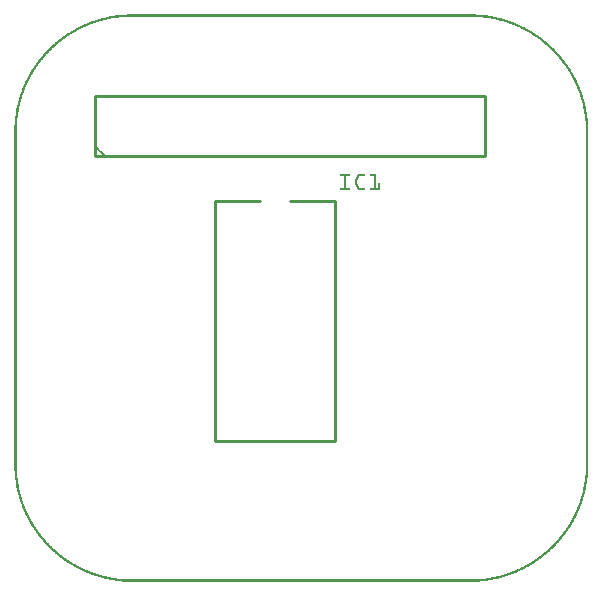
<source format=gto>
G04 MADE WITH FRITZING*
G04 WWW.FRITZING.ORG*
G04 DOUBLE SIDED*
G04 HOLES PLATED*
G04 CONTOUR ON CENTER OF CONTOUR VECTOR*
%ASAXBY*%
%FSLAX23Y23*%
%MOIN*%
%OFA0B0*%
%SFA1.0B1.0*%
%ADD10C,0.010000*%
%ADD11R,0.001000X0.001000*%
%LNSILK1*%
G90*
G70*
G54D10*
X667Y1270D02*
X667Y470D01*
D02*
X667Y470D02*
X1067Y470D01*
D02*
X1067Y470D02*
X1067Y1270D01*
D02*
X667Y1270D02*
X817Y1270D01*
D02*
X917Y1270D02*
X1067Y1270D01*
D02*
X267Y1420D02*
X1567Y1420D01*
D02*
X1567Y1420D02*
X1567Y1620D01*
D02*
X1567Y1620D02*
X267Y1620D01*
D02*
X267Y1620D02*
X267Y1420D01*
G54D11*
X375Y1893D02*
X1537Y1893D01*
X360Y1892D02*
X1552Y1892D01*
X350Y1891D02*
X1562Y1891D01*
X342Y1890D02*
X1570Y1890D01*
X335Y1889D02*
X1577Y1889D01*
X328Y1888D02*
X1584Y1888D01*
X323Y1887D02*
X1589Y1887D01*
X317Y1886D02*
X1595Y1886D01*
X313Y1885D02*
X374Y1885D01*
X1538Y1885D02*
X1599Y1885D01*
X308Y1884D02*
X359Y1884D01*
X1553Y1884D02*
X1604Y1884D01*
X304Y1883D02*
X349Y1883D01*
X1563Y1883D02*
X1608Y1883D01*
X299Y1882D02*
X341Y1882D01*
X1571Y1882D02*
X1613Y1882D01*
X295Y1881D02*
X334Y1881D01*
X1578Y1881D02*
X1617Y1881D01*
X292Y1880D02*
X328Y1880D01*
X1584Y1880D02*
X1620Y1880D01*
X288Y1879D02*
X322Y1879D01*
X1590Y1879D02*
X1624Y1879D01*
X284Y1878D02*
X317Y1878D01*
X1595Y1878D02*
X1628Y1878D01*
X281Y1877D02*
X312Y1877D01*
X1600Y1877D02*
X1631Y1877D01*
X278Y1876D02*
X307Y1876D01*
X1605Y1876D02*
X1634Y1876D01*
X275Y1875D02*
X303Y1875D01*
X1609Y1875D02*
X1637Y1875D01*
X272Y1874D02*
X299Y1874D01*
X1613Y1874D02*
X1640Y1874D01*
X269Y1873D02*
X295Y1873D01*
X1617Y1873D02*
X1643Y1873D01*
X266Y1872D02*
X291Y1872D01*
X1621Y1872D02*
X1646Y1872D01*
X263Y1871D02*
X287Y1871D01*
X1625Y1871D02*
X1649Y1871D01*
X260Y1870D02*
X284Y1870D01*
X1628Y1870D02*
X1652Y1870D01*
X257Y1869D02*
X281Y1869D01*
X1631Y1869D02*
X1655Y1869D01*
X254Y1868D02*
X277Y1868D01*
X1635Y1868D02*
X1658Y1868D01*
X252Y1867D02*
X274Y1867D01*
X1638Y1867D02*
X1660Y1867D01*
X249Y1866D02*
X271Y1866D01*
X1641Y1866D02*
X1663Y1866D01*
X247Y1865D02*
X268Y1865D01*
X1644Y1865D02*
X1665Y1865D01*
X244Y1864D02*
X265Y1864D01*
X1647Y1864D02*
X1668Y1864D01*
X242Y1863D02*
X262Y1863D01*
X1650Y1863D02*
X1670Y1863D01*
X239Y1862D02*
X260Y1862D01*
X1652Y1862D02*
X1673Y1862D01*
X237Y1861D02*
X257Y1861D01*
X1655Y1861D02*
X1675Y1861D01*
X235Y1860D02*
X254Y1860D01*
X1658Y1860D02*
X1677Y1860D01*
X233Y1859D02*
X252Y1859D01*
X1660Y1859D02*
X1679Y1859D01*
X230Y1858D02*
X249Y1858D01*
X1663Y1858D02*
X1682Y1858D01*
X228Y1857D02*
X247Y1857D01*
X1665Y1857D02*
X1684Y1857D01*
X226Y1856D02*
X244Y1856D01*
X1668Y1856D02*
X1686Y1856D01*
X224Y1855D02*
X242Y1855D01*
X1670Y1855D02*
X1688Y1855D01*
X222Y1854D02*
X240Y1854D01*
X1672Y1854D02*
X1690Y1854D01*
X220Y1853D02*
X237Y1853D01*
X1675Y1853D02*
X1692Y1853D01*
X218Y1852D02*
X235Y1852D01*
X1677Y1852D02*
X1694Y1852D01*
X216Y1851D02*
X233Y1851D01*
X1679Y1851D02*
X1696Y1851D01*
X214Y1850D02*
X231Y1850D01*
X1681Y1850D02*
X1698Y1850D01*
X212Y1849D02*
X228Y1849D01*
X1684Y1849D02*
X1700Y1849D01*
X210Y1848D02*
X226Y1848D01*
X1686Y1848D02*
X1702Y1848D01*
X208Y1847D02*
X224Y1847D01*
X1688Y1847D02*
X1704Y1847D01*
X206Y1846D02*
X222Y1846D01*
X1690Y1846D02*
X1706Y1846D01*
X204Y1845D02*
X220Y1845D01*
X1692Y1845D02*
X1708Y1845D01*
X202Y1844D02*
X218Y1844D01*
X1694Y1844D02*
X1710Y1844D01*
X201Y1843D02*
X216Y1843D01*
X1696Y1843D02*
X1711Y1843D01*
X199Y1842D02*
X214Y1842D01*
X1698Y1842D02*
X1713Y1842D01*
X197Y1841D02*
X212Y1841D01*
X1700Y1841D02*
X1715Y1841D01*
X195Y1840D02*
X210Y1840D01*
X1702Y1840D02*
X1717Y1840D01*
X194Y1839D02*
X209Y1839D01*
X1703Y1839D02*
X1718Y1839D01*
X192Y1838D02*
X207Y1838D01*
X1705Y1838D02*
X1720Y1838D01*
X190Y1837D02*
X205Y1837D01*
X1707Y1837D02*
X1722Y1837D01*
X188Y1836D02*
X203Y1836D01*
X1709Y1836D02*
X1724Y1836D01*
X187Y1835D02*
X201Y1835D01*
X1711Y1835D02*
X1725Y1835D01*
X185Y1834D02*
X200Y1834D01*
X1712Y1834D02*
X1727Y1834D01*
X184Y1833D02*
X198Y1833D01*
X1714Y1833D02*
X1728Y1833D01*
X182Y1832D02*
X196Y1832D01*
X1716Y1832D02*
X1730Y1832D01*
X181Y1831D02*
X194Y1831D01*
X1718Y1831D02*
X1731Y1831D01*
X179Y1830D02*
X193Y1830D01*
X1719Y1830D02*
X1733Y1830D01*
X177Y1829D02*
X191Y1829D01*
X1721Y1829D02*
X1735Y1829D01*
X176Y1828D02*
X190Y1828D01*
X1722Y1828D02*
X1736Y1828D01*
X174Y1827D02*
X188Y1827D01*
X1724Y1827D02*
X1738Y1827D01*
X173Y1826D02*
X186Y1826D01*
X1726Y1826D02*
X1739Y1826D01*
X171Y1825D02*
X185Y1825D01*
X1727Y1825D02*
X1741Y1825D01*
X170Y1824D02*
X183Y1824D01*
X1729Y1824D02*
X1742Y1824D01*
X169Y1823D02*
X182Y1823D01*
X1730Y1823D02*
X1743Y1823D01*
X167Y1822D02*
X180Y1822D01*
X1732Y1822D02*
X1745Y1822D01*
X166Y1821D02*
X179Y1821D01*
X1733Y1821D02*
X1746Y1821D01*
X164Y1820D02*
X177Y1820D01*
X1735Y1820D02*
X1748Y1820D01*
X163Y1819D02*
X176Y1819D01*
X1736Y1819D02*
X1749Y1819D01*
X161Y1818D02*
X174Y1818D01*
X1738Y1818D02*
X1751Y1818D01*
X160Y1817D02*
X173Y1817D01*
X1739Y1817D02*
X1752Y1817D01*
X159Y1816D02*
X171Y1816D01*
X1741Y1816D02*
X1753Y1816D01*
X157Y1815D02*
X170Y1815D01*
X1742Y1815D02*
X1755Y1815D01*
X156Y1814D02*
X169Y1814D01*
X1743Y1814D02*
X1756Y1814D01*
X155Y1813D02*
X167Y1813D01*
X1745Y1813D02*
X1757Y1813D01*
X153Y1812D02*
X166Y1812D01*
X1746Y1812D02*
X1759Y1812D01*
X152Y1811D02*
X164Y1811D01*
X1748Y1811D02*
X1760Y1811D01*
X151Y1810D02*
X163Y1810D01*
X1749Y1810D02*
X1761Y1810D01*
X150Y1809D02*
X161Y1809D01*
X1751Y1809D02*
X1762Y1809D01*
X148Y1808D02*
X160Y1808D01*
X1752Y1808D02*
X1764Y1808D01*
X147Y1807D02*
X159Y1807D01*
X1753Y1807D02*
X1765Y1807D01*
X146Y1806D02*
X158Y1806D01*
X1754Y1806D02*
X1766Y1806D01*
X144Y1805D02*
X156Y1805D01*
X1756Y1805D02*
X1768Y1805D01*
X143Y1804D02*
X155Y1804D01*
X1757Y1804D02*
X1769Y1804D01*
X142Y1803D02*
X154Y1803D01*
X1758Y1803D02*
X1770Y1803D01*
X141Y1802D02*
X152Y1802D01*
X1760Y1802D02*
X1771Y1802D01*
X140Y1801D02*
X151Y1801D01*
X1761Y1801D02*
X1772Y1801D01*
X138Y1800D02*
X150Y1800D01*
X1762Y1800D02*
X1774Y1800D01*
X137Y1799D02*
X149Y1799D01*
X1763Y1799D02*
X1775Y1799D01*
X136Y1798D02*
X147Y1798D01*
X1765Y1798D02*
X1776Y1798D01*
X135Y1797D02*
X146Y1797D01*
X1766Y1797D02*
X1777Y1797D01*
X134Y1796D02*
X145Y1796D01*
X1767Y1796D02*
X1778Y1796D01*
X133Y1795D02*
X144Y1795D01*
X1768Y1795D02*
X1779Y1795D01*
X131Y1794D02*
X143Y1794D01*
X1769Y1794D02*
X1781Y1794D01*
X130Y1793D02*
X142Y1793D01*
X1770Y1793D02*
X1782Y1793D01*
X129Y1792D02*
X140Y1792D01*
X1772Y1792D02*
X1783Y1792D01*
X128Y1791D02*
X139Y1791D01*
X1773Y1791D02*
X1784Y1791D01*
X127Y1790D02*
X138Y1790D01*
X1774Y1790D02*
X1785Y1790D01*
X126Y1789D02*
X137Y1789D01*
X1775Y1789D02*
X1786Y1789D01*
X125Y1788D02*
X136Y1788D01*
X1776Y1788D02*
X1787Y1788D01*
X124Y1787D02*
X135Y1787D01*
X1777Y1787D02*
X1788Y1787D01*
X123Y1786D02*
X133Y1786D01*
X1779Y1786D02*
X1789Y1786D01*
X122Y1785D02*
X132Y1785D01*
X1780Y1785D02*
X1790Y1785D01*
X121Y1784D02*
X131Y1784D01*
X1781Y1784D02*
X1791Y1784D01*
X120Y1783D02*
X130Y1783D01*
X1782Y1783D02*
X1792Y1783D01*
X119Y1782D02*
X129Y1782D01*
X1783Y1782D02*
X1793Y1782D01*
X117Y1781D02*
X128Y1781D01*
X1784Y1781D02*
X1795Y1781D01*
X116Y1780D02*
X127Y1780D01*
X1785Y1780D02*
X1796Y1780D01*
X115Y1779D02*
X126Y1779D01*
X1786Y1779D02*
X1797Y1779D01*
X114Y1778D02*
X125Y1778D01*
X1787Y1778D02*
X1798Y1778D01*
X113Y1777D02*
X124Y1777D01*
X1788Y1777D02*
X1799Y1777D01*
X112Y1776D02*
X123Y1776D01*
X1789Y1776D02*
X1800Y1776D01*
X111Y1775D02*
X122Y1775D01*
X1790Y1775D02*
X1801Y1775D01*
X111Y1774D02*
X121Y1774D01*
X1791Y1774D02*
X1801Y1774D01*
X110Y1773D02*
X120Y1773D01*
X1792Y1773D02*
X1802Y1773D01*
X109Y1772D02*
X119Y1772D01*
X1793Y1772D02*
X1803Y1772D01*
X108Y1771D02*
X118Y1771D01*
X1794Y1771D02*
X1804Y1771D01*
X107Y1770D02*
X117Y1770D01*
X1795Y1770D02*
X1805Y1770D01*
X106Y1769D02*
X116Y1769D01*
X1796Y1769D02*
X1806Y1769D01*
X105Y1768D02*
X115Y1768D01*
X1797Y1768D02*
X1807Y1768D01*
X104Y1767D02*
X114Y1767D01*
X1798Y1767D02*
X1808Y1767D01*
X103Y1766D02*
X113Y1766D01*
X1799Y1766D02*
X1809Y1766D01*
X102Y1765D02*
X112Y1765D01*
X1800Y1765D02*
X1810Y1765D01*
X101Y1764D02*
X111Y1764D01*
X1801Y1764D02*
X1811Y1764D01*
X100Y1763D02*
X110Y1763D01*
X1802Y1763D02*
X1812Y1763D01*
X99Y1762D02*
X109Y1762D01*
X1803Y1762D02*
X1813Y1762D01*
X98Y1761D02*
X108Y1761D01*
X1804Y1761D02*
X1814Y1761D01*
X98Y1760D02*
X107Y1760D01*
X1805Y1760D02*
X1814Y1760D01*
X97Y1759D02*
X106Y1759D01*
X1806Y1759D02*
X1815Y1759D01*
X96Y1758D02*
X105Y1758D01*
X1807Y1758D02*
X1816Y1758D01*
X95Y1757D02*
X105Y1757D01*
X1807Y1757D02*
X1817Y1757D01*
X94Y1756D02*
X104Y1756D01*
X1808Y1756D02*
X1818Y1756D01*
X93Y1755D02*
X103Y1755D01*
X1809Y1755D02*
X1819Y1755D01*
X92Y1754D02*
X102Y1754D01*
X1810Y1754D02*
X1820Y1754D01*
X91Y1753D02*
X101Y1753D01*
X1811Y1753D02*
X1821Y1753D01*
X91Y1752D02*
X100Y1752D01*
X1812Y1752D02*
X1821Y1752D01*
X90Y1751D02*
X99Y1751D01*
X1813Y1751D02*
X1822Y1751D01*
X89Y1750D02*
X98Y1750D01*
X1814Y1750D02*
X1823Y1750D01*
X88Y1749D02*
X98Y1749D01*
X1814Y1749D02*
X1824Y1749D01*
X87Y1748D02*
X97Y1748D01*
X1815Y1748D02*
X1825Y1748D01*
X87Y1747D02*
X96Y1747D01*
X1816Y1747D02*
X1825Y1747D01*
X86Y1746D02*
X95Y1746D01*
X1817Y1746D02*
X1826Y1746D01*
X85Y1745D02*
X94Y1745D01*
X1818Y1745D02*
X1827Y1745D01*
X84Y1744D02*
X93Y1744D01*
X1819Y1744D02*
X1828Y1744D01*
X83Y1743D02*
X93Y1743D01*
X1819Y1743D02*
X1829Y1743D01*
X83Y1742D02*
X92Y1742D01*
X1820Y1742D02*
X1829Y1742D01*
X82Y1741D02*
X91Y1741D01*
X1821Y1741D02*
X1830Y1741D01*
X81Y1740D02*
X90Y1740D01*
X1822Y1740D02*
X1831Y1740D01*
X80Y1739D02*
X89Y1739D01*
X1823Y1739D02*
X1832Y1739D01*
X79Y1738D02*
X89Y1738D01*
X1823Y1738D02*
X1833Y1738D01*
X79Y1737D02*
X88Y1737D01*
X1824Y1737D02*
X1833Y1737D01*
X78Y1736D02*
X87Y1736D01*
X1825Y1736D02*
X1834Y1736D01*
X77Y1735D02*
X86Y1735D01*
X1826Y1735D02*
X1835Y1735D01*
X76Y1734D02*
X85Y1734D01*
X1827Y1734D02*
X1836Y1734D01*
X76Y1733D02*
X85Y1733D01*
X1827Y1733D02*
X1836Y1733D01*
X75Y1732D02*
X84Y1732D01*
X1828Y1732D02*
X1837Y1732D01*
X74Y1731D02*
X83Y1731D01*
X1829Y1731D02*
X1838Y1731D01*
X74Y1730D02*
X82Y1730D01*
X1830Y1730D02*
X1838Y1730D01*
X73Y1729D02*
X82Y1729D01*
X1830Y1729D02*
X1839Y1729D01*
X72Y1728D02*
X81Y1728D01*
X1831Y1728D02*
X1840Y1728D01*
X71Y1727D02*
X80Y1727D01*
X1832Y1727D02*
X1841Y1727D01*
X71Y1726D02*
X79Y1726D01*
X1833Y1726D02*
X1841Y1726D01*
X70Y1725D02*
X79Y1725D01*
X1833Y1725D02*
X1842Y1725D01*
X69Y1724D02*
X78Y1724D01*
X1834Y1724D02*
X1843Y1724D01*
X69Y1723D02*
X77Y1723D01*
X1835Y1723D02*
X1843Y1723D01*
X68Y1722D02*
X77Y1722D01*
X1835Y1722D02*
X1844Y1722D01*
X67Y1721D02*
X76Y1721D01*
X1836Y1721D02*
X1845Y1721D01*
X66Y1720D02*
X75Y1720D01*
X1837Y1720D02*
X1846Y1720D01*
X66Y1719D02*
X74Y1719D01*
X1838Y1719D02*
X1846Y1719D01*
X65Y1718D02*
X74Y1718D01*
X1838Y1718D02*
X1847Y1718D01*
X65Y1717D02*
X73Y1717D01*
X1839Y1717D02*
X1847Y1717D01*
X64Y1716D02*
X72Y1716D01*
X1840Y1716D02*
X1848Y1716D01*
X63Y1715D02*
X72Y1715D01*
X1840Y1715D02*
X1849Y1715D01*
X63Y1714D02*
X71Y1714D01*
X1841Y1714D02*
X1849Y1714D01*
X62Y1713D02*
X70Y1713D01*
X1842Y1713D02*
X1850Y1713D01*
X61Y1712D02*
X70Y1712D01*
X1842Y1712D02*
X1851Y1712D01*
X61Y1711D02*
X69Y1711D01*
X1843Y1711D02*
X1851Y1711D01*
X60Y1710D02*
X68Y1710D01*
X1844Y1710D02*
X1852Y1710D01*
X59Y1709D02*
X68Y1709D01*
X1844Y1709D02*
X1853Y1709D01*
X59Y1708D02*
X67Y1708D01*
X1845Y1708D02*
X1853Y1708D01*
X58Y1707D02*
X66Y1707D01*
X1846Y1707D02*
X1854Y1707D01*
X57Y1706D02*
X66Y1706D01*
X1846Y1706D02*
X1855Y1706D01*
X57Y1705D02*
X65Y1705D01*
X1847Y1705D02*
X1855Y1705D01*
X56Y1704D02*
X65Y1704D01*
X1847Y1704D02*
X1856Y1704D01*
X56Y1703D02*
X64Y1703D01*
X1848Y1703D02*
X1856Y1703D01*
X55Y1702D02*
X63Y1702D01*
X1849Y1702D02*
X1857Y1702D01*
X55Y1701D02*
X63Y1701D01*
X1849Y1701D02*
X1857Y1701D01*
X54Y1700D02*
X62Y1700D01*
X1850Y1700D02*
X1858Y1700D01*
X53Y1699D02*
X61Y1699D01*
X1851Y1699D02*
X1859Y1699D01*
X53Y1698D02*
X61Y1698D01*
X1851Y1698D02*
X1859Y1698D01*
X52Y1697D02*
X60Y1697D01*
X1852Y1697D02*
X1860Y1697D01*
X52Y1696D02*
X60Y1696D01*
X1852Y1696D02*
X1860Y1696D01*
X51Y1695D02*
X59Y1695D01*
X1853Y1695D02*
X1861Y1695D01*
X50Y1694D02*
X59Y1694D01*
X1853Y1694D02*
X1862Y1694D01*
X50Y1693D02*
X58Y1693D01*
X1854Y1693D02*
X1862Y1693D01*
X49Y1692D02*
X57Y1692D01*
X1855Y1692D02*
X1863Y1692D01*
X49Y1691D02*
X57Y1691D01*
X1855Y1691D02*
X1863Y1691D01*
X48Y1690D02*
X56Y1690D01*
X1856Y1690D02*
X1864Y1690D01*
X48Y1689D02*
X56Y1689D01*
X1856Y1689D02*
X1864Y1689D01*
X47Y1688D02*
X55Y1688D01*
X1857Y1688D02*
X1865Y1688D01*
X47Y1687D02*
X54Y1687D01*
X1858Y1687D02*
X1865Y1687D01*
X46Y1686D02*
X54Y1686D01*
X1858Y1686D02*
X1866Y1686D01*
X45Y1685D02*
X53Y1685D01*
X1859Y1685D02*
X1867Y1685D01*
X45Y1684D02*
X53Y1684D01*
X1859Y1684D02*
X1867Y1684D01*
X44Y1683D02*
X52Y1683D01*
X1860Y1683D02*
X1868Y1683D01*
X44Y1682D02*
X52Y1682D01*
X1860Y1682D02*
X1868Y1682D01*
X43Y1681D02*
X51Y1681D01*
X1861Y1681D02*
X1869Y1681D01*
X43Y1680D02*
X51Y1680D01*
X1861Y1680D02*
X1869Y1680D01*
X42Y1679D02*
X50Y1679D01*
X1862Y1679D02*
X1870Y1679D01*
X42Y1678D02*
X50Y1678D01*
X1862Y1678D02*
X1870Y1678D01*
X41Y1677D02*
X49Y1677D01*
X1863Y1677D02*
X1871Y1677D01*
X41Y1676D02*
X49Y1676D01*
X1863Y1676D02*
X1871Y1676D01*
X40Y1675D02*
X48Y1675D01*
X1864Y1675D02*
X1872Y1675D01*
X40Y1674D02*
X48Y1674D01*
X1864Y1674D02*
X1872Y1674D01*
X39Y1673D02*
X47Y1673D01*
X1865Y1673D02*
X1873Y1673D01*
X39Y1672D02*
X47Y1672D01*
X1865Y1672D02*
X1873Y1672D01*
X38Y1671D02*
X46Y1671D01*
X1866Y1671D02*
X1874Y1671D01*
X38Y1670D02*
X46Y1670D01*
X1866Y1670D02*
X1874Y1670D01*
X37Y1669D02*
X45Y1669D01*
X1867Y1669D02*
X1875Y1669D01*
X37Y1668D02*
X45Y1668D01*
X1867Y1668D02*
X1875Y1668D01*
X36Y1667D02*
X44Y1667D01*
X1868Y1667D02*
X1876Y1667D01*
X36Y1666D02*
X44Y1666D01*
X1868Y1666D02*
X1876Y1666D01*
X36Y1665D02*
X43Y1665D01*
X1869Y1665D02*
X1876Y1665D01*
X35Y1664D02*
X43Y1664D01*
X1869Y1664D02*
X1877Y1664D01*
X35Y1663D02*
X42Y1663D01*
X1870Y1663D02*
X1877Y1663D01*
X34Y1662D02*
X42Y1662D01*
X1870Y1662D02*
X1878Y1662D01*
X34Y1661D02*
X41Y1661D01*
X1871Y1661D02*
X1878Y1661D01*
X33Y1660D02*
X41Y1660D01*
X1871Y1660D02*
X1879Y1660D01*
X33Y1659D02*
X40Y1659D01*
X1872Y1659D02*
X1879Y1659D01*
X32Y1658D02*
X40Y1658D01*
X1872Y1658D02*
X1880Y1658D01*
X32Y1657D02*
X40Y1657D01*
X1872Y1657D02*
X1880Y1657D01*
X31Y1656D02*
X39Y1656D01*
X1873Y1656D02*
X1881Y1656D01*
X31Y1655D02*
X39Y1655D01*
X1873Y1655D02*
X1881Y1655D01*
X31Y1654D02*
X38Y1654D01*
X1874Y1654D02*
X1881Y1654D01*
X30Y1653D02*
X38Y1653D01*
X1874Y1653D02*
X1882Y1653D01*
X30Y1652D02*
X37Y1652D01*
X1875Y1652D02*
X1882Y1652D01*
X29Y1651D02*
X37Y1651D01*
X1875Y1651D02*
X1883Y1651D01*
X29Y1650D02*
X36Y1650D01*
X1876Y1650D02*
X1883Y1650D01*
X29Y1649D02*
X36Y1649D01*
X1876Y1649D02*
X1883Y1649D01*
X28Y1648D02*
X36Y1648D01*
X1876Y1648D02*
X1884Y1648D01*
X28Y1647D02*
X35Y1647D01*
X1877Y1647D02*
X1884Y1647D01*
X27Y1646D02*
X35Y1646D01*
X1877Y1646D02*
X1885Y1646D01*
X27Y1645D02*
X34Y1645D01*
X1878Y1645D02*
X1885Y1645D01*
X27Y1644D02*
X34Y1644D01*
X1878Y1644D02*
X1885Y1644D01*
X26Y1643D02*
X34Y1643D01*
X1878Y1643D02*
X1886Y1643D01*
X26Y1642D02*
X33Y1642D01*
X1879Y1642D02*
X1886Y1642D01*
X25Y1641D02*
X33Y1641D01*
X1879Y1641D02*
X1887Y1641D01*
X25Y1640D02*
X32Y1640D01*
X1880Y1640D02*
X1887Y1640D01*
X25Y1639D02*
X32Y1639D01*
X1880Y1639D02*
X1887Y1639D01*
X24Y1638D02*
X32Y1638D01*
X1880Y1638D02*
X1888Y1638D01*
X24Y1637D02*
X31Y1637D01*
X1881Y1637D02*
X1888Y1637D01*
X24Y1636D02*
X31Y1636D01*
X1881Y1636D02*
X1888Y1636D01*
X23Y1635D02*
X30Y1635D01*
X1882Y1635D02*
X1889Y1635D01*
X23Y1634D02*
X30Y1634D01*
X1882Y1634D02*
X1889Y1634D01*
X22Y1633D02*
X30Y1633D01*
X1882Y1633D02*
X1890Y1633D01*
X22Y1632D02*
X29Y1632D01*
X1883Y1632D02*
X1890Y1632D01*
X22Y1631D02*
X29Y1631D01*
X1883Y1631D02*
X1890Y1631D01*
X21Y1630D02*
X29Y1630D01*
X1883Y1630D02*
X1891Y1630D01*
X21Y1629D02*
X28Y1629D01*
X1884Y1629D02*
X1891Y1629D01*
X21Y1628D02*
X28Y1628D01*
X1884Y1628D02*
X1891Y1628D01*
X20Y1627D02*
X28Y1627D01*
X1884Y1627D02*
X1892Y1627D01*
X20Y1626D02*
X27Y1626D01*
X1885Y1626D02*
X1892Y1626D01*
X20Y1625D02*
X27Y1625D01*
X1885Y1625D02*
X1892Y1625D01*
X19Y1624D02*
X27Y1624D01*
X1885Y1624D02*
X1893Y1624D01*
X19Y1623D02*
X26Y1623D01*
X1886Y1623D02*
X1893Y1623D01*
X19Y1622D02*
X26Y1622D01*
X1886Y1622D02*
X1893Y1622D01*
X18Y1621D02*
X26Y1621D01*
X1886Y1621D02*
X1894Y1621D01*
X18Y1620D02*
X25Y1620D01*
X1887Y1620D02*
X1894Y1620D01*
X18Y1619D02*
X25Y1619D01*
X1887Y1619D02*
X1894Y1619D01*
X17Y1618D02*
X25Y1618D01*
X1887Y1618D02*
X1895Y1618D01*
X17Y1617D02*
X24Y1617D01*
X1888Y1617D02*
X1895Y1617D01*
X17Y1616D02*
X24Y1616D01*
X1888Y1616D02*
X1895Y1616D01*
X17Y1615D02*
X24Y1615D01*
X1888Y1615D02*
X1895Y1615D01*
X16Y1614D02*
X23Y1614D01*
X1889Y1614D02*
X1896Y1614D01*
X16Y1613D02*
X23Y1613D01*
X1889Y1613D02*
X1896Y1613D01*
X16Y1612D02*
X23Y1612D01*
X1889Y1612D02*
X1896Y1612D01*
X15Y1611D02*
X23Y1611D01*
X1889Y1611D02*
X1897Y1611D01*
X15Y1610D02*
X22Y1610D01*
X1890Y1610D02*
X1897Y1610D01*
X15Y1609D02*
X22Y1609D01*
X1890Y1609D02*
X1897Y1609D01*
X14Y1608D02*
X22Y1608D01*
X1890Y1608D02*
X1898Y1608D01*
X14Y1607D02*
X21Y1607D01*
X1891Y1607D02*
X1898Y1607D01*
X14Y1606D02*
X21Y1606D01*
X1891Y1606D02*
X1898Y1606D01*
X14Y1605D02*
X21Y1605D01*
X1891Y1605D02*
X1898Y1605D01*
X13Y1604D02*
X21Y1604D01*
X1891Y1604D02*
X1899Y1604D01*
X13Y1603D02*
X20Y1603D01*
X1892Y1603D02*
X1899Y1603D01*
X13Y1602D02*
X20Y1602D01*
X1892Y1602D02*
X1899Y1602D01*
X13Y1601D02*
X20Y1601D01*
X1892Y1601D02*
X1899Y1601D01*
X12Y1600D02*
X19Y1600D01*
X1893Y1600D02*
X1900Y1600D01*
X12Y1599D02*
X19Y1599D01*
X1893Y1599D02*
X1900Y1599D01*
X12Y1598D02*
X19Y1598D01*
X1893Y1598D02*
X1900Y1598D01*
X12Y1597D02*
X19Y1597D01*
X1893Y1597D02*
X1900Y1597D01*
X11Y1596D02*
X18Y1596D01*
X1894Y1596D02*
X1901Y1596D01*
X11Y1595D02*
X18Y1595D01*
X1894Y1595D02*
X1901Y1595D01*
X11Y1594D02*
X18Y1594D01*
X1894Y1594D02*
X1901Y1594D01*
X11Y1593D02*
X18Y1593D01*
X1894Y1593D02*
X1901Y1593D01*
X10Y1592D02*
X17Y1592D01*
X1895Y1592D02*
X1902Y1592D01*
X10Y1591D02*
X17Y1591D01*
X1895Y1591D02*
X1902Y1591D01*
X10Y1590D02*
X17Y1590D01*
X1895Y1590D02*
X1902Y1590D01*
X10Y1589D02*
X17Y1589D01*
X1895Y1589D02*
X1902Y1589D01*
X9Y1588D02*
X16Y1588D01*
X1896Y1588D02*
X1903Y1588D01*
X9Y1587D02*
X16Y1587D01*
X1896Y1587D02*
X1903Y1587D01*
X9Y1586D02*
X16Y1586D01*
X1896Y1586D02*
X1903Y1586D01*
X9Y1585D02*
X16Y1585D01*
X1896Y1585D02*
X1903Y1585D01*
X9Y1584D02*
X16Y1584D01*
X1896Y1584D02*
X1903Y1584D01*
X8Y1583D02*
X15Y1583D01*
X1897Y1583D02*
X1904Y1583D01*
X8Y1582D02*
X15Y1582D01*
X1897Y1582D02*
X1904Y1582D01*
X8Y1581D02*
X15Y1581D01*
X1897Y1581D02*
X1904Y1581D01*
X8Y1580D02*
X15Y1580D01*
X1897Y1580D02*
X1904Y1580D01*
X7Y1579D02*
X15Y1579D01*
X1897Y1579D02*
X1905Y1579D01*
X7Y1578D02*
X14Y1578D01*
X1898Y1578D02*
X1905Y1578D01*
X7Y1577D02*
X14Y1577D01*
X1898Y1577D02*
X1905Y1577D01*
X7Y1576D02*
X14Y1576D01*
X1898Y1576D02*
X1905Y1576D01*
X7Y1575D02*
X14Y1575D01*
X1898Y1575D02*
X1905Y1575D01*
X7Y1574D02*
X14Y1574D01*
X1898Y1574D02*
X1905Y1574D01*
X6Y1573D02*
X13Y1573D01*
X1899Y1573D02*
X1906Y1573D01*
X6Y1572D02*
X13Y1572D01*
X1899Y1572D02*
X1906Y1572D01*
X6Y1571D02*
X13Y1571D01*
X1899Y1571D02*
X1906Y1571D01*
X6Y1570D02*
X13Y1570D01*
X1899Y1570D02*
X1906Y1570D01*
X6Y1569D02*
X13Y1569D01*
X1899Y1569D02*
X1906Y1569D01*
X5Y1568D02*
X13Y1568D01*
X1899Y1568D02*
X1907Y1568D01*
X5Y1567D02*
X12Y1567D01*
X1900Y1567D02*
X1907Y1567D01*
X5Y1566D02*
X12Y1566D01*
X1900Y1566D02*
X1907Y1566D01*
X5Y1565D02*
X12Y1565D01*
X1900Y1565D02*
X1907Y1565D01*
X5Y1564D02*
X12Y1564D01*
X1900Y1564D02*
X1907Y1564D01*
X5Y1563D02*
X12Y1563D01*
X1900Y1563D02*
X1907Y1563D01*
X4Y1562D02*
X12Y1562D01*
X1900Y1562D02*
X1908Y1562D01*
X4Y1561D02*
X11Y1561D01*
X1901Y1561D02*
X1908Y1561D01*
X4Y1560D02*
X11Y1560D01*
X1901Y1560D02*
X1908Y1560D01*
X4Y1559D02*
X11Y1559D01*
X1901Y1559D02*
X1908Y1559D01*
X4Y1558D02*
X11Y1558D01*
X1901Y1558D02*
X1908Y1558D01*
X4Y1557D02*
X11Y1557D01*
X1901Y1557D02*
X1908Y1557D01*
X4Y1556D02*
X11Y1556D01*
X1901Y1556D02*
X1908Y1556D01*
X3Y1555D02*
X11Y1555D01*
X1901Y1555D02*
X1909Y1555D01*
X3Y1554D02*
X10Y1554D01*
X1902Y1554D02*
X1909Y1554D01*
X3Y1553D02*
X10Y1553D01*
X1902Y1553D02*
X1909Y1553D01*
X3Y1552D02*
X10Y1552D01*
X1902Y1552D02*
X1909Y1552D01*
X3Y1551D02*
X10Y1551D01*
X1902Y1551D02*
X1909Y1551D01*
X3Y1550D02*
X10Y1550D01*
X1902Y1550D02*
X1909Y1550D01*
X3Y1549D02*
X10Y1549D01*
X1902Y1549D02*
X1909Y1549D01*
X3Y1548D02*
X10Y1548D01*
X1902Y1548D02*
X1909Y1548D01*
X2Y1547D02*
X10Y1547D01*
X1902Y1547D02*
X1910Y1547D01*
X2Y1546D02*
X9Y1546D01*
X1903Y1546D02*
X1910Y1546D01*
X2Y1545D02*
X9Y1545D01*
X1903Y1545D02*
X1910Y1545D01*
X2Y1544D02*
X9Y1544D01*
X1903Y1544D02*
X1910Y1544D01*
X2Y1543D02*
X9Y1543D01*
X1903Y1543D02*
X1910Y1543D01*
X2Y1542D02*
X9Y1542D01*
X1903Y1542D02*
X1910Y1542D01*
X2Y1541D02*
X9Y1541D01*
X1903Y1541D02*
X1910Y1541D01*
X2Y1540D02*
X9Y1540D01*
X1903Y1540D02*
X1910Y1540D01*
X2Y1539D02*
X9Y1539D01*
X1903Y1539D02*
X1910Y1539D01*
X2Y1538D02*
X9Y1538D01*
X1903Y1538D02*
X1910Y1538D01*
X1Y1537D02*
X9Y1537D01*
X1903Y1537D02*
X1911Y1537D01*
X1Y1536D02*
X8Y1536D01*
X1904Y1536D02*
X1911Y1536D01*
X1Y1535D02*
X8Y1535D01*
X1904Y1535D02*
X1911Y1535D01*
X1Y1534D02*
X8Y1534D01*
X1904Y1534D02*
X1911Y1534D01*
X1Y1533D02*
X8Y1533D01*
X1904Y1533D02*
X1911Y1533D01*
X1Y1532D02*
X8Y1532D01*
X1904Y1532D02*
X1911Y1532D01*
X1Y1531D02*
X8Y1531D01*
X1904Y1531D02*
X1911Y1531D01*
X1Y1530D02*
X8Y1530D01*
X1904Y1530D02*
X1911Y1530D01*
X1Y1529D02*
X8Y1529D01*
X1904Y1529D02*
X1911Y1529D01*
X1Y1528D02*
X8Y1528D01*
X1904Y1528D02*
X1911Y1528D01*
X1Y1527D02*
X8Y1527D01*
X1904Y1527D02*
X1911Y1527D01*
X1Y1526D02*
X8Y1526D01*
X1904Y1526D02*
X1911Y1526D01*
X1Y1525D02*
X8Y1525D01*
X1904Y1525D02*
X1911Y1525D01*
X1Y1524D02*
X8Y1524D01*
X1904Y1524D02*
X1911Y1524D01*
X0Y1523D02*
X8Y1523D01*
X1904Y1523D02*
X1912Y1523D01*
X0Y1522D02*
X7Y1522D01*
X1905Y1522D02*
X1912Y1522D01*
X0Y1521D02*
X7Y1521D01*
X1905Y1521D02*
X1912Y1521D01*
X0Y1520D02*
X7Y1520D01*
X1905Y1520D02*
X1912Y1520D01*
X0Y1519D02*
X7Y1519D01*
X1905Y1519D02*
X1912Y1519D01*
X0Y1518D02*
X7Y1518D01*
X1905Y1518D02*
X1912Y1518D01*
X0Y1517D02*
X7Y1517D01*
X1905Y1517D02*
X1912Y1517D01*
X0Y1516D02*
X7Y1516D01*
X1905Y1516D02*
X1912Y1516D01*
X0Y1515D02*
X7Y1515D01*
X1905Y1515D02*
X1912Y1515D01*
X0Y1514D02*
X7Y1514D01*
X1905Y1514D02*
X1912Y1514D01*
X0Y1513D02*
X7Y1513D01*
X1905Y1513D02*
X1912Y1513D01*
X0Y1512D02*
X7Y1512D01*
X1905Y1512D02*
X1912Y1512D01*
X0Y1511D02*
X7Y1511D01*
X1905Y1511D02*
X1912Y1511D01*
X0Y1510D02*
X7Y1510D01*
X1905Y1510D02*
X1912Y1510D01*
X0Y1509D02*
X7Y1509D01*
X1905Y1509D02*
X1912Y1509D01*
X0Y1508D02*
X7Y1508D01*
X1905Y1508D02*
X1912Y1508D01*
X0Y1507D02*
X7Y1507D01*
X1905Y1507D02*
X1912Y1507D01*
X0Y1506D02*
X7Y1506D01*
X1905Y1506D02*
X1912Y1506D01*
X0Y1505D02*
X7Y1505D01*
X1905Y1505D02*
X1912Y1505D01*
X0Y1504D02*
X7Y1504D01*
X1905Y1504D02*
X1912Y1504D01*
X0Y1503D02*
X7Y1503D01*
X1905Y1503D02*
X1912Y1503D01*
X0Y1502D02*
X7Y1502D01*
X1905Y1502D02*
X1912Y1502D01*
X0Y1501D02*
X7Y1501D01*
X1905Y1501D02*
X1912Y1501D01*
X0Y1500D02*
X7Y1500D01*
X1905Y1500D02*
X1912Y1500D01*
X0Y1499D02*
X7Y1499D01*
X1905Y1499D02*
X1912Y1499D01*
X0Y1498D02*
X7Y1498D01*
X1905Y1498D02*
X1912Y1498D01*
X0Y1497D02*
X7Y1497D01*
X1905Y1497D02*
X1912Y1497D01*
X0Y1496D02*
X7Y1496D01*
X1905Y1496D02*
X1912Y1496D01*
X0Y1495D02*
X7Y1495D01*
X1905Y1495D02*
X1912Y1495D01*
X0Y1494D02*
X7Y1494D01*
X1905Y1494D02*
X1912Y1494D01*
X0Y1493D02*
X7Y1493D01*
X1905Y1493D02*
X1912Y1493D01*
X0Y1492D02*
X7Y1492D01*
X1905Y1492D02*
X1912Y1492D01*
X0Y1491D02*
X7Y1491D01*
X1905Y1491D02*
X1912Y1491D01*
X0Y1490D02*
X7Y1490D01*
X1905Y1490D02*
X1912Y1490D01*
X0Y1489D02*
X7Y1489D01*
X1905Y1489D02*
X1912Y1489D01*
X0Y1488D02*
X7Y1488D01*
X1905Y1488D02*
X1912Y1488D01*
X0Y1487D02*
X7Y1487D01*
X1905Y1487D02*
X1912Y1487D01*
X0Y1486D02*
X7Y1486D01*
X1905Y1486D02*
X1912Y1486D01*
X0Y1485D02*
X7Y1485D01*
X1905Y1485D02*
X1912Y1485D01*
X0Y1484D02*
X7Y1484D01*
X1905Y1484D02*
X1912Y1484D01*
X0Y1483D02*
X7Y1483D01*
X1905Y1483D02*
X1912Y1483D01*
X0Y1482D02*
X7Y1482D01*
X1905Y1482D02*
X1912Y1482D01*
X0Y1481D02*
X7Y1481D01*
X1905Y1481D02*
X1912Y1481D01*
X0Y1480D02*
X7Y1480D01*
X1905Y1480D02*
X1912Y1480D01*
X0Y1479D02*
X7Y1479D01*
X1905Y1479D02*
X1912Y1479D01*
X0Y1478D02*
X7Y1478D01*
X1905Y1478D02*
X1912Y1478D01*
X0Y1477D02*
X7Y1477D01*
X1905Y1477D02*
X1912Y1477D01*
X0Y1476D02*
X7Y1476D01*
X1905Y1476D02*
X1912Y1476D01*
X0Y1475D02*
X7Y1475D01*
X1905Y1475D02*
X1912Y1475D01*
X0Y1474D02*
X7Y1474D01*
X1905Y1474D02*
X1912Y1474D01*
X0Y1473D02*
X7Y1473D01*
X1905Y1473D02*
X1912Y1473D01*
X0Y1472D02*
X7Y1472D01*
X1905Y1472D02*
X1912Y1472D01*
X0Y1471D02*
X7Y1471D01*
X1905Y1471D02*
X1912Y1471D01*
X0Y1470D02*
X7Y1470D01*
X1905Y1470D02*
X1912Y1470D01*
X0Y1469D02*
X7Y1469D01*
X1905Y1469D02*
X1912Y1469D01*
X0Y1468D02*
X7Y1468D01*
X1905Y1468D02*
X1912Y1468D01*
X0Y1467D02*
X7Y1467D01*
X1905Y1467D02*
X1912Y1467D01*
X0Y1466D02*
X7Y1466D01*
X1905Y1466D02*
X1912Y1466D01*
X0Y1465D02*
X7Y1465D01*
X1905Y1465D02*
X1912Y1465D01*
X0Y1464D02*
X7Y1464D01*
X1905Y1464D02*
X1912Y1464D01*
X0Y1463D02*
X7Y1463D01*
X1905Y1463D02*
X1912Y1463D01*
X0Y1462D02*
X7Y1462D01*
X1905Y1462D02*
X1912Y1462D01*
X0Y1461D02*
X7Y1461D01*
X1905Y1461D02*
X1912Y1461D01*
X0Y1460D02*
X7Y1460D01*
X1905Y1460D02*
X1912Y1460D01*
X0Y1459D02*
X7Y1459D01*
X1905Y1459D02*
X1912Y1459D01*
X0Y1458D02*
X7Y1458D01*
X1905Y1458D02*
X1912Y1458D01*
X0Y1457D02*
X7Y1457D01*
X267Y1457D02*
X269Y1457D01*
X1905Y1457D02*
X1912Y1457D01*
X0Y1456D02*
X7Y1456D01*
X266Y1456D02*
X270Y1456D01*
X1905Y1456D02*
X1912Y1456D01*
X0Y1455D02*
X7Y1455D01*
X265Y1455D02*
X271Y1455D01*
X1905Y1455D02*
X1912Y1455D01*
X0Y1454D02*
X7Y1454D01*
X265Y1454D02*
X272Y1454D01*
X1905Y1454D02*
X1912Y1454D01*
X0Y1453D02*
X7Y1453D01*
X266Y1453D02*
X273Y1453D01*
X1905Y1453D02*
X1912Y1453D01*
X0Y1452D02*
X7Y1452D01*
X267Y1452D02*
X274Y1452D01*
X1905Y1452D02*
X1912Y1452D01*
X0Y1451D02*
X7Y1451D01*
X268Y1451D02*
X275Y1451D01*
X1905Y1451D02*
X1912Y1451D01*
X0Y1450D02*
X7Y1450D01*
X269Y1450D02*
X276Y1450D01*
X1905Y1450D02*
X1912Y1450D01*
X0Y1449D02*
X7Y1449D01*
X270Y1449D02*
X277Y1449D01*
X1905Y1449D02*
X1912Y1449D01*
X0Y1448D02*
X7Y1448D01*
X271Y1448D02*
X278Y1448D01*
X1905Y1448D02*
X1912Y1448D01*
X0Y1447D02*
X7Y1447D01*
X272Y1447D02*
X279Y1447D01*
X1905Y1447D02*
X1912Y1447D01*
X0Y1446D02*
X7Y1446D01*
X273Y1446D02*
X280Y1446D01*
X1905Y1446D02*
X1912Y1446D01*
X0Y1445D02*
X7Y1445D01*
X274Y1445D02*
X281Y1445D01*
X1905Y1445D02*
X1912Y1445D01*
X0Y1444D02*
X7Y1444D01*
X275Y1444D02*
X281Y1444D01*
X1905Y1444D02*
X1912Y1444D01*
X0Y1443D02*
X7Y1443D01*
X276Y1443D02*
X282Y1443D01*
X1905Y1443D02*
X1912Y1443D01*
X0Y1442D02*
X7Y1442D01*
X277Y1442D02*
X283Y1442D01*
X1905Y1442D02*
X1912Y1442D01*
X0Y1441D02*
X7Y1441D01*
X278Y1441D02*
X284Y1441D01*
X1905Y1441D02*
X1912Y1441D01*
X0Y1440D02*
X7Y1440D01*
X279Y1440D02*
X285Y1440D01*
X1905Y1440D02*
X1912Y1440D01*
X0Y1439D02*
X7Y1439D01*
X280Y1439D02*
X286Y1439D01*
X1905Y1439D02*
X1912Y1439D01*
X0Y1438D02*
X7Y1438D01*
X281Y1438D02*
X287Y1438D01*
X1905Y1438D02*
X1912Y1438D01*
X0Y1437D02*
X7Y1437D01*
X282Y1437D02*
X288Y1437D01*
X1905Y1437D02*
X1912Y1437D01*
X0Y1436D02*
X7Y1436D01*
X283Y1436D02*
X290Y1436D01*
X1905Y1436D02*
X1912Y1436D01*
X0Y1435D02*
X7Y1435D01*
X284Y1435D02*
X291Y1435D01*
X1905Y1435D02*
X1912Y1435D01*
X0Y1434D02*
X7Y1434D01*
X285Y1434D02*
X292Y1434D01*
X1905Y1434D02*
X1912Y1434D01*
X0Y1433D02*
X7Y1433D01*
X286Y1433D02*
X293Y1433D01*
X1905Y1433D02*
X1912Y1433D01*
X0Y1432D02*
X7Y1432D01*
X287Y1432D02*
X294Y1432D01*
X1905Y1432D02*
X1912Y1432D01*
X0Y1431D02*
X7Y1431D01*
X288Y1431D02*
X295Y1431D01*
X1905Y1431D02*
X1912Y1431D01*
X0Y1430D02*
X7Y1430D01*
X289Y1430D02*
X296Y1430D01*
X1905Y1430D02*
X1912Y1430D01*
X0Y1429D02*
X7Y1429D01*
X290Y1429D02*
X297Y1429D01*
X1905Y1429D02*
X1912Y1429D01*
X0Y1428D02*
X7Y1428D01*
X291Y1428D02*
X298Y1428D01*
X1905Y1428D02*
X1912Y1428D01*
X0Y1427D02*
X7Y1427D01*
X292Y1427D02*
X299Y1427D01*
X1905Y1427D02*
X1912Y1427D01*
X0Y1426D02*
X7Y1426D01*
X293Y1426D02*
X300Y1426D01*
X1905Y1426D02*
X1912Y1426D01*
X0Y1425D02*
X7Y1425D01*
X294Y1425D02*
X301Y1425D01*
X1905Y1425D02*
X1912Y1425D01*
X0Y1424D02*
X7Y1424D01*
X295Y1424D02*
X302Y1424D01*
X1905Y1424D02*
X1912Y1424D01*
X0Y1423D02*
X7Y1423D01*
X296Y1423D02*
X302Y1423D01*
X1905Y1423D02*
X1912Y1423D01*
X0Y1422D02*
X7Y1422D01*
X297Y1422D02*
X301Y1422D01*
X1905Y1422D02*
X1912Y1422D01*
X0Y1421D02*
X7Y1421D01*
X298Y1421D02*
X300Y1421D01*
X1905Y1421D02*
X1912Y1421D01*
X0Y1420D02*
X7Y1420D01*
X1905Y1420D02*
X1912Y1420D01*
X0Y1419D02*
X7Y1419D01*
X1905Y1419D02*
X1912Y1419D01*
X0Y1418D02*
X7Y1418D01*
X1905Y1418D02*
X1912Y1418D01*
X0Y1417D02*
X7Y1417D01*
X1905Y1417D02*
X1912Y1417D01*
X0Y1416D02*
X7Y1416D01*
X1905Y1416D02*
X1912Y1416D01*
X0Y1415D02*
X7Y1415D01*
X1905Y1415D02*
X1912Y1415D01*
X0Y1414D02*
X7Y1414D01*
X1905Y1414D02*
X1912Y1414D01*
X0Y1413D02*
X7Y1413D01*
X1905Y1413D02*
X1912Y1413D01*
X0Y1412D02*
X7Y1412D01*
X1905Y1412D02*
X1912Y1412D01*
X0Y1411D02*
X7Y1411D01*
X1905Y1411D02*
X1912Y1411D01*
X0Y1410D02*
X7Y1410D01*
X1905Y1410D02*
X1912Y1410D01*
X0Y1409D02*
X7Y1409D01*
X1905Y1409D02*
X1912Y1409D01*
X0Y1408D02*
X7Y1408D01*
X1905Y1408D02*
X1912Y1408D01*
X0Y1407D02*
X7Y1407D01*
X1905Y1407D02*
X1912Y1407D01*
X0Y1406D02*
X7Y1406D01*
X1905Y1406D02*
X1912Y1406D01*
X0Y1405D02*
X7Y1405D01*
X1905Y1405D02*
X1912Y1405D01*
X0Y1404D02*
X7Y1404D01*
X1905Y1404D02*
X1912Y1404D01*
X0Y1403D02*
X7Y1403D01*
X1905Y1403D02*
X1912Y1403D01*
X0Y1402D02*
X7Y1402D01*
X1905Y1402D02*
X1912Y1402D01*
X0Y1401D02*
X7Y1401D01*
X1905Y1401D02*
X1912Y1401D01*
X0Y1400D02*
X7Y1400D01*
X1905Y1400D02*
X1912Y1400D01*
X0Y1399D02*
X7Y1399D01*
X1905Y1399D02*
X1912Y1399D01*
X0Y1398D02*
X7Y1398D01*
X1905Y1398D02*
X1912Y1398D01*
X0Y1397D02*
X7Y1397D01*
X1905Y1397D02*
X1912Y1397D01*
X0Y1396D02*
X7Y1396D01*
X1905Y1396D02*
X1912Y1396D01*
X0Y1395D02*
X7Y1395D01*
X1905Y1395D02*
X1912Y1395D01*
X0Y1394D02*
X7Y1394D01*
X1905Y1394D02*
X1912Y1394D01*
X0Y1393D02*
X7Y1393D01*
X1905Y1393D02*
X1912Y1393D01*
X0Y1392D02*
X7Y1392D01*
X1905Y1392D02*
X1912Y1392D01*
X0Y1391D02*
X7Y1391D01*
X1905Y1391D02*
X1912Y1391D01*
X0Y1390D02*
X7Y1390D01*
X1905Y1390D02*
X1912Y1390D01*
X0Y1389D02*
X7Y1389D01*
X1905Y1389D02*
X1912Y1389D01*
X0Y1388D02*
X7Y1388D01*
X1905Y1388D02*
X1912Y1388D01*
X0Y1387D02*
X7Y1387D01*
X1905Y1387D02*
X1912Y1387D01*
X0Y1386D02*
X7Y1386D01*
X1905Y1386D02*
X1912Y1386D01*
X0Y1385D02*
X7Y1385D01*
X1905Y1385D02*
X1912Y1385D01*
X0Y1384D02*
X7Y1384D01*
X1905Y1384D02*
X1912Y1384D01*
X0Y1383D02*
X7Y1383D01*
X1905Y1383D02*
X1912Y1383D01*
X0Y1382D02*
X7Y1382D01*
X1905Y1382D02*
X1912Y1382D01*
X0Y1381D02*
X7Y1381D01*
X1905Y1381D02*
X1912Y1381D01*
X0Y1380D02*
X7Y1380D01*
X1905Y1380D02*
X1912Y1380D01*
X0Y1379D02*
X7Y1379D01*
X1905Y1379D02*
X1912Y1379D01*
X0Y1378D02*
X7Y1378D01*
X1905Y1378D02*
X1912Y1378D01*
X0Y1377D02*
X7Y1377D01*
X1905Y1377D02*
X1912Y1377D01*
X0Y1376D02*
X7Y1376D01*
X1905Y1376D02*
X1912Y1376D01*
X0Y1375D02*
X7Y1375D01*
X1905Y1375D02*
X1912Y1375D01*
X0Y1374D02*
X7Y1374D01*
X1905Y1374D02*
X1912Y1374D01*
X0Y1373D02*
X7Y1373D01*
X1905Y1373D02*
X1912Y1373D01*
X0Y1372D02*
X7Y1372D01*
X1905Y1372D02*
X1912Y1372D01*
X0Y1371D02*
X7Y1371D01*
X1905Y1371D02*
X1912Y1371D01*
X0Y1370D02*
X7Y1370D01*
X1905Y1370D02*
X1912Y1370D01*
X0Y1369D02*
X7Y1369D01*
X1905Y1369D02*
X1912Y1369D01*
X0Y1368D02*
X7Y1368D01*
X1905Y1368D02*
X1912Y1368D01*
X0Y1367D02*
X7Y1367D01*
X1905Y1367D02*
X1912Y1367D01*
X0Y1366D02*
X7Y1366D01*
X1905Y1366D02*
X1912Y1366D01*
X0Y1365D02*
X7Y1365D01*
X1905Y1365D02*
X1912Y1365D01*
X0Y1364D02*
X7Y1364D01*
X1905Y1364D02*
X1912Y1364D01*
X0Y1363D02*
X7Y1363D01*
X1905Y1363D02*
X1912Y1363D01*
X0Y1362D02*
X7Y1362D01*
X1905Y1362D02*
X1912Y1362D01*
X0Y1361D02*
X7Y1361D01*
X1086Y1361D02*
X1116Y1361D01*
X1150Y1361D02*
X1166Y1361D01*
X1187Y1361D02*
X1204Y1361D01*
X1905Y1361D02*
X1912Y1361D01*
X0Y1360D02*
X7Y1360D01*
X1085Y1360D02*
X1117Y1360D01*
X1148Y1360D02*
X1167Y1360D01*
X1186Y1360D02*
X1204Y1360D01*
X1905Y1360D02*
X1912Y1360D01*
X0Y1359D02*
X7Y1359D01*
X1085Y1359D02*
X1118Y1359D01*
X1146Y1359D02*
X1168Y1359D01*
X1185Y1359D02*
X1204Y1359D01*
X1905Y1359D02*
X1912Y1359D01*
X0Y1358D02*
X7Y1358D01*
X1084Y1358D02*
X1118Y1358D01*
X1145Y1358D02*
X1168Y1358D01*
X1185Y1358D02*
X1204Y1358D01*
X1905Y1358D02*
X1912Y1358D01*
X0Y1357D02*
X7Y1357D01*
X1084Y1357D02*
X1118Y1357D01*
X1144Y1357D02*
X1168Y1357D01*
X1185Y1357D02*
X1204Y1357D01*
X1905Y1357D02*
X1912Y1357D01*
X0Y1356D02*
X7Y1356D01*
X1085Y1356D02*
X1117Y1356D01*
X1143Y1356D02*
X1167Y1356D01*
X1185Y1356D02*
X1204Y1356D01*
X1905Y1356D02*
X1912Y1356D01*
X0Y1355D02*
X7Y1355D01*
X1086Y1355D02*
X1116Y1355D01*
X1143Y1355D02*
X1167Y1355D01*
X1186Y1355D02*
X1204Y1355D01*
X1905Y1355D02*
X1912Y1355D01*
X0Y1354D02*
X7Y1354D01*
X1098Y1354D02*
X1104Y1354D01*
X1142Y1354D02*
X1150Y1354D01*
X1198Y1354D02*
X1204Y1354D01*
X1905Y1354D02*
X1912Y1354D01*
X0Y1353D02*
X7Y1353D01*
X1098Y1353D02*
X1104Y1353D01*
X1142Y1353D02*
X1149Y1353D01*
X1198Y1353D02*
X1204Y1353D01*
X1905Y1353D02*
X1912Y1353D01*
X0Y1352D02*
X7Y1352D01*
X1098Y1352D02*
X1104Y1352D01*
X1141Y1352D02*
X1148Y1352D01*
X1198Y1352D02*
X1204Y1352D01*
X1905Y1352D02*
X1912Y1352D01*
X0Y1351D02*
X7Y1351D01*
X1098Y1351D02*
X1104Y1351D01*
X1141Y1351D02*
X1148Y1351D01*
X1198Y1351D02*
X1204Y1351D01*
X1905Y1351D02*
X1912Y1351D01*
X0Y1350D02*
X7Y1350D01*
X1098Y1350D02*
X1104Y1350D01*
X1140Y1350D02*
X1147Y1350D01*
X1198Y1350D02*
X1204Y1350D01*
X1905Y1350D02*
X1912Y1350D01*
X0Y1349D02*
X7Y1349D01*
X1098Y1349D02*
X1104Y1349D01*
X1140Y1349D02*
X1147Y1349D01*
X1198Y1349D02*
X1204Y1349D01*
X1905Y1349D02*
X1912Y1349D01*
X0Y1348D02*
X7Y1348D01*
X1098Y1348D02*
X1104Y1348D01*
X1139Y1348D02*
X1146Y1348D01*
X1198Y1348D02*
X1204Y1348D01*
X1905Y1348D02*
X1912Y1348D01*
X0Y1347D02*
X7Y1347D01*
X1098Y1347D02*
X1104Y1347D01*
X1139Y1347D02*
X1146Y1347D01*
X1198Y1347D02*
X1204Y1347D01*
X1905Y1347D02*
X1912Y1347D01*
X0Y1346D02*
X7Y1346D01*
X1098Y1346D02*
X1104Y1346D01*
X1138Y1346D02*
X1145Y1346D01*
X1198Y1346D02*
X1204Y1346D01*
X1905Y1346D02*
X1912Y1346D01*
X0Y1345D02*
X7Y1345D01*
X1098Y1345D02*
X1104Y1345D01*
X1138Y1345D02*
X1145Y1345D01*
X1198Y1345D02*
X1204Y1345D01*
X1905Y1345D02*
X1912Y1345D01*
X0Y1344D02*
X7Y1344D01*
X1098Y1344D02*
X1104Y1344D01*
X1137Y1344D02*
X1144Y1344D01*
X1198Y1344D02*
X1204Y1344D01*
X1905Y1344D02*
X1912Y1344D01*
X0Y1343D02*
X7Y1343D01*
X1098Y1343D02*
X1104Y1343D01*
X1137Y1343D02*
X1144Y1343D01*
X1198Y1343D02*
X1204Y1343D01*
X1905Y1343D02*
X1912Y1343D01*
X0Y1342D02*
X7Y1342D01*
X1098Y1342D02*
X1104Y1342D01*
X1136Y1342D02*
X1143Y1342D01*
X1198Y1342D02*
X1204Y1342D01*
X1905Y1342D02*
X1912Y1342D01*
X0Y1341D02*
X7Y1341D01*
X1098Y1341D02*
X1104Y1341D01*
X1136Y1341D02*
X1143Y1341D01*
X1198Y1341D02*
X1204Y1341D01*
X1905Y1341D02*
X1912Y1341D01*
X0Y1340D02*
X7Y1340D01*
X1098Y1340D02*
X1104Y1340D01*
X1136Y1340D02*
X1142Y1340D01*
X1198Y1340D02*
X1204Y1340D01*
X1905Y1340D02*
X1912Y1340D01*
X0Y1339D02*
X7Y1339D01*
X1098Y1339D02*
X1104Y1339D01*
X1135Y1339D02*
X1142Y1339D01*
X1198Y1339D02*
X1204Y1339D01*
X1905Y1339D02*
X1912Y1339D01*
X0Y1338D02*
X7Y1338D01*
X1098Y1338D02*
X1104Y1338D01*
X1135Y1338D02*
X1141Y1338D01*
X1198Y1338D02*
X1204Y1338D01*
X1905Y1338D02*
X1912Y1338D01*
X0Y1337D02*
X7Y1337D01*
X1098Y1337D02*
X1104Y1337D01*
X1135Y1337D02*
X1141Y1337D01*
X1198Y1337D02*
X1204Y1337D01*
X1905Y1337D02*
X1912Y1337D01*
X0Y1336D02*
X7Y1336D01*
X1098Y1336D02*
X1104Y1336D01*
X1135Y1336D02*
X1141Y1336D01*
X1198Y1336D02*
X1204Y1336D01*
X1905Y1336D02*
X1912Y1336D01*
X0Y1335D02*
X7Y1335D01*
X1098Y1335D02*
X1104Y1335D01*
X1135Y1335D02*
X1141Y1335D01*
X1198Y1335D02*
X1204Y1335D01*
X1905Y1335D02*
X1912Y1335D01*
X0Y1334D02*
X7Y1334D01*
X1098Y1334D02*
X1104Y1334D01*
X1134Y1334D02*
X1141Y1334D01*
X1198Y1334D02*
X1204Y1334D01*
X1905Y1334D02*
X1912Y1334D01*
X0Y1333D02*
X7Y1333D01*
X1098Y1333D02*
X1104Y1333D01*
X1135Y1333D02*
X1141Y1333D01*
X1198Y1333D02*
X1204Y1333D01*
X1905Y1333D02*
X1912Y1333D01*
X0Y1332D02*
X7Y1332D01*
X1098Y1332D02*
X1104Y1332D01*
X1135Y1332D02*
X1141Y1332D01*
X1198Y1332D02*
X1204Y1332D01*
X1905Y1332D02*
X1912Y1332D01*
X0Y1331D02*
X7Y1331D01*
X1098Y1331D02*
X1104Y1331D01*
X1135Y1331D02*
X1141Y1331D01*
X1198Y1331D02*
X1204Y1331D01*
X1214Y1331D02*
X1217Y1331D01*
X1905Y1331D02*
X1912Y1331D01*
X0Y1330D02*
X7Y1330D01*
X1098Y1330D02*
X1104Y1330D01*
X1135Y1330D02*
X1142Y1330D01*
X1198Y1330D02*
X1204Y1330D01*
X1213Y1330D02*
X1218Y1330D01*
X1905Y1330D02*
X1912Y1330D01*
X0Y1329D02*
X7Y1329D01*
X1098Y1329D02*
X1104Y1329D01*
X1135Y1329D02*
X1142Y1329D01*
X1198Y1329D02*
X1204Y1329D01*
X1212Y1329D02*
X1218Y1329D01*
X1905Y1329D02*
X1912Y1329D01*
X0Y1328D02*
X7Y1328D01*
X1098Y1328D02*
X1104Y1328D01*
X1136Y1328D02*
X1143Y1328D01*
X1198Y1328D02*
X1204Y1328D01*
X1212Y1328D02*
X1218Y1328D01*
X1905Y1328D02*
X1912Y1328D01*
X0Y1327D02*
X7Y1327D01*
X1098Y1327D02*
X1104Y1327D01*
X1136Y1327D02*
X1143Y1327D01*
X1198Y1327D02*
X1204Y1327D01*
X1212Y1327D02*
X1218Y1327D01*
X1905Y1327D02*
X1912Y1327D01*
X0Y1326D02*
X7Y1326D01*
X1098Y1326D02*
X1104Y1326D01*
X1137Y1326D02*
X1144Y1326D01*
X1198Y1326D02*
X1204Y1326D01*
X1212Y1326D02*
X1218Y1326D01*
X1905Y1326D02*
X1912Y1326D01*
X0Y1325D02*
X7Y1325D01*
X1098Y1325D02*
X1104Y1325D01*
X1137Y1325D02*
X1144Y1325D01*
X1198Y1325D02*
X1204Y1325D01*
X1212Y1325D02*
X1218Y1325D01*
X1905Y1325D02*
X1912Y1325D01*
X0Y1324D02*
X7Y1324D01*
X1098Y1324D02*
X1104Y1324D01*
X1138Y1324D02*
X1145Y1324D01*
X1198Y1324D02*
X1204Y1324D01*
X1212Y1324D02*
X1218Y1324D01*
X1905Y1324D02*
X1912Y1324D01*
X0Y1323D02*
X7Y1323D01*
X1098Y1323D02*
X1104Y1323D01*
X1138Y1323D02*
X1145Y1323D01*
X1198Y1323D02*
X1204Y1323D01*
X1212Y1323D02*
X1218Y1323D01*
X1905Y1323D02*
X1912Y1323D01*
X0Y1322D02*
X7Y1322D01*
X1098Y1322D02*
X1104Y1322D01*
X1139Y1322D02*
X1146Y1322D01*
X1198Y1322D02*
X1204Y1322D01*
X1212Y1322D02*
X1218Y1322D01*
X1905Y1322D02*
X1912Y1322D01*
X0Y1321D02*
X7Y1321D01*
X1098Y1321D02*
X1104Y1321D01*
X1139Y1321D02*
X1146Y1321D01*
X1198Y1321D02*
X1204Y1321D01*
X1212Y1321D02*
X1218Y1321D01*
X1905Y1321D02*
X1912Y1321D01*
X0Y1320D02*
X7Y1320D01*
X1098Y1320D02*
X1104Y1320D01*
X1140Y1320D02*
X1147Y1320D01*
X1198Y1320D02*
X1204Y1320D01*
X1212Y1320D02*
X1218Y1320D01*
X1905Y1320D02*
X1912Y1320D01*
X0Y1319D02*
X7Y1319D01*
X1098Y1319D02*
X1104Y1319D01*
X1140Y1319D02*
X1147Y1319D01*
X1198Y1319D02*
X1204Y1319D01*
X1212Y1319D02*
X1218Y1319D01*
X1905Y1319D02*
X1912Y1319D01*
X0Y1318D02*
X7Y1318D01*
X1098Y1318D02*
X1104Y1318D01*
X1141Y1318D02*
X1148Y1318D01*
X1198Y1318D02*
X1204Y1318D01*
X1212Y1318D02*
X1218Y1318D01*
X1905Y1318D02*
X1912Y1318D01*
X0Y1317D02*
X7Y1317D01*
X1098Y1317D02*
X1104Y1317D01*
X1141Y1317D02*
X1148Y1317D01*
X1198Y1317D02*
X1204Y1317D01*
X1212Y1317D02*
X1218Y1317D01*
X1905Y1317D02*
X1912Y1317D01*
X0Y1316D02*
X7Y1316D01*
X1098Y1316D02*
X1104Y1316D01*
X1142Y1316D02*
X1149Y1316D01*
X1198Y1316D02*
X1204Y1316D01*
X1212Y1316D02*
X1218Y1316D01*
X1905Y1316D02*
X1912Y1316D01*
X0Y1315D02*
X7Y1315D01*
X1098Y1315D02*
X1104Y1315D01*
X1142Y1315D02*
X1149Y1315D01*
X1198Y1315D02*
X1204Y1315D01*
X1212Y1315D02*
X1218Y1315D01*
X1905Y1315D02*
X1912Y1315D01*
X0Y1314D02*
X7Y1314D01*
X1087Y1314D02*
X1115Y1314D01*
X1143Y1314D02*
X1165Y1314D01*
X1187Y1314D02*
X1218Y1314D01*
X1905Y1314D02*
X1912Y1314D01*
X0Y1313D02*
X7Y1313D01*
X1085Y1313D02*
X1117Y1313D01*
X1143Y1313D02*
X1167Y1313D01*
X1186Y1313D02*
X1218Y1313D01*
X1905Y1313D02*
X1912Y1313D01*
X0Y1312D02*
X7Y1312D01*
X1085Y1312D02*
X1118Y1312D01*
X1144Y1312D02*
X1168Y1312D01*
X1185Y1312D02*
X1218Y1312D01*
X1905Y1312D02*
X1912Y1312D01*
X0Y1311D02*
X7Y1311D01*
X1084Y1311D02*
X1118Y1311D01*
X1145Y1311D02*
X1168Y1311D01*
X1185Y1311D02*
X1218Y1311D01*
X1905Y1311D02*
X1912Y1311D01*
X0Y1310D02*
X7Y1310D01*
X1084Y1310D02*
X1118Y1310D01*
X1146Y1310D02*
X1168Y1310D01*
X1185Y1310D02*
X1218Y1310D01*
X1905Y1310D02*
X1912Y1310D01*
X0Y1309D02*
X7Y1309D01*
X1085Y1309D02*
X1117Y1309D01*
X1147Y1309D02*
X1168Y1309D01*
X1185Y1309D02*
X1218Y1309D01*
X1905Y1309D02*
X1912Y1309D01*
X0Y1308D02*
X7Y1308D01*
X1086Y1308D02*
X1117Y1308D01*
X1149Y1308D02*
X1167Y1308D01*
X1186Y1308D02*
X1217Y1308D01*
X1905Y1308D02*
X1912Y1308D01*
X0Y1307D02*
X7Y1307D01*
X1905Y1307D02*
X1912Y1307D01*
X0Y1306D02*
X7Y1306D01*
X1905Y1306D02*
X1912Y1306D01*
X0Y1305D02*
X7Y1305D01*
X1905Y1305D02*
X1912Y1305D01*
X0Y1304D02*
X7Y1304D01*
X1905Y1304D02*
X1912Y1304D01*
X0Y1303D02*
X7Y1303D01*
X1905Y1303D02*
X1912Y1303D01*
X0Y1302D02*
X7Y1302D01*
X1905Y1302D02*
X1912Y1302D01*
X0Y1301D02*
X7Y1301D01*
X1905Y1301D02*
X1912Y1301D01*
X0Y1300D02*
X7Y1300D01*
X1905Y1300D02*
X1912Y1300D01*
X0Y1299D02*
X7Y1299D01*
X1905Y1299D02*
X1912Y1299D01*
X0Y1298D02*
X7Y1298D01*
X1905Y1298D02*
X1912Y1298D01*
X0Y1297D02*
X7Y1297D01*
X1905Y1297D02*
X1912Y1297D01*
X0Y1296D02*
X7Y1296D01*
X1905Y1296D02*
X1912Y1296D01*
X0Y1295D02*
X7Y1295D01*
X1905Y1295D02*
X1912Y1295D01*
X0Y1294D02*
X7Y1294D01*
X1905Y1294D02*
X1912Y1294D01*
X0Y1293D02*
X7Y1293D01*
X1905Y1293D02*
X1912Y1293D01*
X0Y1292D02*
X7Y1292D01*
X1905Y1292D02*
X1912Y1292D01*
X0Y1291D02*
X7Y1291D01*
X1905Y1291D02*
X1912Y1291D01*
X0Y1290D02*
X7Y1290D01*
X1905Y1290D02*
X1912Y1290D01*
X0Y1289D02*
X7Y1289D01*
X1905Y1289D02*
X1912Y1289D01*
X0Y1288D02*
X7Y1288D01*
X1905Y1288D02*
X1912Y1288D01*
X0Y1287D02*
X7Y1287D01*
X1905Y1287D02*
X1912Y1287D01*
X0Y1286D02*
X7Y1286D01*
X1905Y1286D02*
X1912Y1286D01*
X0Y1285D02*
X7Y1285D01*
X1905Y1285D02*
X1912Y1285D01*
X0Y1284D02*
X7Y1284D01*
X1905Y1284D02*
X1912Y1284D01*
X0Y1283D02*
X7Y1283D01*
X1905Y1283D02*
X1912Y1283D01*
X0Y1282D02*
X7Y1282D01*
X1905Y1282D02*
X1912Y1282D01*
X0Y1281D02*
X7Y1281D01*
X1905Y1281D02*
X1912Y1281D01*
X0Y1280D02*
X7Y1280D01*
X1905Y1280D02*
X1912Y1280D01*
X0Y1279D02*
X7Y1279D01*
X1905Y1279D02*
X1912Y1279D01*
X0Y1278D02*
X7Y1278D01*
X1905Y1278D02*
X1912Y1278D01*
X0Y1277D02*
X7Y1277D01*
X1905Y1277D02*
X1912Y1277D01*
X0Y1276D02*
X7Y1276D01*
X1905Y1276D02*
X1912Y1276D01*
X0Y1275D02*
X7Y1275D01*
X1905Y1275D02*
X1912Y1275D01*
X0Y1274D02*
X7Y1274D01*
X1905Y1274D02*
X1912Y1274D01*
X0Y1273D02*
X7Y1273D01*
X1905Y1273D02*
X1912Y1273D01*
X0Y1272D02*
X7Y1272D01*
X1905Y1272D02*
X1912Y1272D01*
X0Y1271D02*
X7Y1271D01*
X1905Y1271D02*
X1912Y1271D01*
X0Y1270D02*
X7Y1270D01*
X1905Y1270D02*
X1912Y1270D01*
X0Y1269D02*
X7Y1269D01*
X1905Y1269D02*
X1912Y1269D01*
X0Y1268D02*
X7Y1268D01*
X1905Y1268D02*
X1912Y1268D01*
X0Y1267D02*
X7Y1267D01*
X1905Y1267D02*
X1912Y1267D01*
X0Y1266D02*
X7Y1266D01*
X1905Y1266D02*
X1912Y1266D01*
X0Y1265D02*
X7Y1265D01*
X1905Y1265D02*
X1912Y1265D01*
X0Y1264D02*
X7Y1264D01*
X1905Y1264D02*
X1912Y1264D01*
X0Y1263D02*
X7Y1263D01*
X1905Y1263D02*
X1912Y1263D01*
X0Y1262D02*
X7Y1262D01*
X1905Y1262D02*
X1912Y1262D01*
X0Y1261D02*
X7Y1261D01*
X1905Y1261D02*
X1912Y1261D01*
X0Y1260D02*
X7Y1260D01*
X1905Y1260D02*
X1912Y1260D01*
X0Y1259D02*
X7Y1259D01*
X1905Y1259D02*
X1912Y1259D01*
X0Y1258D02*
X7Y1258D01*
X1905Y1258D02*
X1912Y1258D01*
X0Y1257D02*
X7Y1257D01*
X1905Y1257D02*
X1912Y1257D01*
X0Y1256D02*
X7Y1256D01*
X1905Y1256D02*
X1912Y1256D01*
X0Y1255D02*
X7Y1255D01*
X1905Y1255D02*
X1912Y1255D01*
X0Y1254D02*
X7Y1254D01*
X1905Y1254D02*
X1912Y1254D01*
X0Y1253D02*
X7Y1253D01*
X1905Y1253D02*
X1912Y1253D01*
X0Y1252D02*
X7Y1252D01*
X1905Y1252D02*
X1912Y1252D01*
X0Y1251D02*
X7Y1251D01*
X1905Y1251D02*
X1912Y1251D01*
X0Y1250D02*
X7Y1250D01*
X1905Y1250D02*
X1912Y1250D01*
X0Y1249D02*
X7Y1249D01*
X1905Y1249D02*
X1912Y1249D01*
X0Y1248D02*
X7Y1248D01*
X1905Y1248D02*
X1912Y1248D01*
X0Y1247D02*
X7Y1247D01*
X1905Y1247D02*
X1912Y1247D01*
X0Y1246D02*
X7Y1246D01*
X1905Y1246D02*
X1912Y1246D01*
X0Y1245D02*
X7Y1245D01*
X1905Y1245D02*
X1912Y1245D01*
X0Y1244D02*
X7Y1244D01*
X1905Y1244D02*
X1912Y1244D01*
X0Y1243D02*
X7Y1243D01*
X1905Y1243D02*
X1912Y1243D01*
X0Y1242D02*
X7Y1242D01*
X1905Y1242D02*
X1912Y1242D01*
X0Y1241D02*
X7Y1241D01*
X1905Y1241D02*
X1912Y1241D01*
X0Y1240D02*
X7Y1240D01*
X1905Y1240D02*
X1912Y1240D01*
X0Y1239D02*
X7Y1239D01*
X1905Y1239D02*
X1912Y1239D01*
X0Y1238D02*
X7Y1238D01*
X1905Y1238D02*
X1912Y1238D01*
X0Y1237D02*
X7Y1237D01*
X1905Y1237D02*
X1912Y1237D01*
X0Y1236D02*
X7Y1236D01*
X1905Y1236D02*
X1912Y1236D01*
X0Y1235D02*
X7Y1235D01*
X1905Y1235D02*
X1912Y1235D01*
X0Y1234D02*
X7Y1234D01*
X1905Y1234D02*
X1912Y1234D01*
X0Y1233D02*
X7Y1233D01*
X1905Y1233D02*
X1912Y1233D01*
X0Y1232D02*
X7Y1232D01*
X1905Y1232D02*
X1912Y1232D01*
X0Y1231D02*
X7Y1231D01*
X1905Y1231D02*
X1912Y1231D01*
X0Y1230D02*
X7Y1230D01*
X1905Y1230D02*
X1912Y1230D01*
X0Y1229D02*
X7Y1229D01*
X1905Y1229D02*
X1912Y1229D01*
X0Y1228D02*
X7Y1228D01*
X1905Y1228D02*
X1912Y1228D01*
X0Y1227D02*
X7Y1227D01*
X1905Y1227D02*
X1912Y1227D01*
X0Y1226D02*
X7Y1226D01*
X1905Y1226D02*
X1912Y1226D01*
X0Y1225D02*
X7Y1225D01*
X1905Y1225D02*
X1912Y1225D01*
X0Y1224D02*
X7Y1224D01*
X1905Y1224D02*
X1912Y1224D01*
X0Y1223D02*
X7Y1223D01*
X1905Y1223D02*
X1912Y1223D01*
X0Y1222D02*
X7Y1222D01*
X1905Y1222D02*
X1912Y1222D01*
X0Y1221D02*
X7Y1221D01*
X1905Y1221D02*
X1912Y1221D01*
X0Y1220D02*
X7Y1220D01*
X1905Y1220D02*
X1912Y1220D01*
X0Y1219D02*
X7Y1219D01*
X1905Y1219D02*
X1912Y1219D01*
X0Y1218D02*
X7Y1218D01*
X1905Y1218D02*
X1912Y1218D01*
X0Y1217D02*
X7Y1217D01*
X1905Y1217D02*
X1912Y1217D01*
X0Y1216D02*
X7Y1216D01*
X1905Y1216D02*
X1912Y1216D01*
X0Y1215D02*
X7Y1215D01*
X1905Y1215D02*
X1912Y1215D01*
X0Y1214D02*
X7Y1214D01*
X1905Y1214D02*
X1912Y1214D01*
X0Y1213D02*
X7Y1213D01*
X1905Y1213D02*
X1912Y1213D01*
X0Y1212D02*
X7Y1212D01*
X1905Y1212D02*
X1912Y1212D01*
X0Y1211D02*
X7Y1211D01*
X1905Y1211D02*
X1912Y1211D01*
X0Y1210D02*
X7Y1210D01*
X1905Y1210D02*
X1912Y1210D01*
X0Y1209D02*
X7Y1209D01*
X1905Y1209D02*
X1912Y1209D01*
X0Y1208D02*
X7Y1208D01*
X1905Y1208D02*
X1912Y1208D01*
X0Y1207D02*
X7Y1207D01*
X1905Y1207D02*
X1912Y1207D01*
X0Y1206D02*
X7Y1206D01*
X1905Y1206D02*
X1912Y1206D01*
X0Y1205D02*
X7Y1205D01*
X1905Y1205D02*
X1912Y1205D01*
X0Y1204D02*
X7Y1204D01*
X1905Y1204D02*
X1912Y1204D01*
X0Y1203D02*
X7Y1203D01*
X1905Y1203D02*
X1912Y1203D01*
X0Y1202D02*
X7Y1202D01*
X1905Y1202D02*
X1912Y1202D01*
X0Y1201D02*
X7Y1201D01*
X1905Y1201D02*
X1912Y1201D01*
X0Y1200D02*
X7Y1200D01*
X1905Y1200D02*
X1912Y1200D01*
X0Y1199D02*
X7Y1199D01*
X1905Y1199D02*
X1912Y1199D01*
X0Y1198D02*
X7Y1198D01*
X1905Y1198D02*
X1912Y1198D01*
X0Y1197D02*
X7Y1197D01*
X1905Y1197D02*
X1912Y1197D01*
X0Y1196D02*
X7Y1196D01*
X1905Y1196D02*
X1912Y1196D01*
X0Y1195D02*
X7Y1195D01*
X1905Y1195D02*
X1912Y1195D01*
X0Y1194D02*
X7Y1194D01*
X1905Y1194D02*
X1912Y1194D01*
X0Y1193D02*
X7Y1193D01*
X1905Y1193D02*
X1912Y1193D01*
X0Y1192D02*
X7Y1192D01*
X1905Y1192D02*
X1912Y1192D01*
X0Y1191D02*
X7Y1191D01*
X1905Y1191D02*
X1912Y1191D01*
X0Y1190D02*
X7Y1190D01*
X1905Y1190D02*
X1912Y1190D01*
X0Y1189D02*
X7Y1189D01*
X1905Y1189D02*
X1912Y1189D01*
X0Y1188D02*
X7Y1188D01*
X1905Y1188D02*
X1912Y1188D01*
X0Y1187D02*
X7Y1187D01*
X1905Y1187D02*
X1912Y1187D01*
X0Y1186D02*
X7Y1186D01*
X1905Y1186D02*
X1912Y1186D01*
X0Y1185D02*
X7Y1185D01*
X1905Y1185D02*
X1912Y1185D01*
X0Y1184D02*
X7Y1184D01*
X1905Y1184D02*
X1912Y1184D01*
X0Y1183D02*
X7Y1183D01*
X1905Y1183D02*
X1912Y1183D01*
X0Y1182D02*
X7Y1182D01*
X1905Y1182D02*
X1912Y1182D01*
X0Y1181D02*
X7Y1181D01*
X1905Y1181D02*
X1912Y1181D01*
X0Y1180D02*
X7Y1180D01*
X1905Y1180D02*
X1912Y1180D01*
X0Y1179D02*
X7Y1179D01*
X1905Y1179D02*
X1912Y1179D01*
X0Y1178D02*
X7Y1178D01*
X1905Y1178D02*
X1912Y1178D01*
X0Y1177D02*
X7Y1177D01*
X1905Y1177D02*
X1912Y1177D01*
X0Y1176D02*
X7Y1176D01*
X1905Y1176D02*
X1912Y1176D01*
X0Y1175D02*
X7Y1175D01*
X1905Y1175D02*
X1912Y1175D01*
X0Y1174D02*
X7Y1174D01*
X1905Y1174D02*
X1912Y1174D01*
X0Y1173D02*
X7Y1173D01*
X1905Y1173D02*
X1912Y1173D01*
X0Y1172D02*
X7Y1172D01*
X1905Y1172D02*
X1912Y1172D01*
X0Y1171D02*
X7Y1171D01*
X1905Y1171D02*
X1912Y1171D01*
X0Y1170D02*
X7Y1170D01*
X1905Y1170D02*
X1912Y1170D01*
X0Y1169D02*
X7Y1169D01*
X1905Y1169D02*
X1912Y1169D01*
X0Y1168D02*
X7Y1168D01*
X1905Y1168D02*
X1912Y1168D01*
X0Y1167D02*
X7Y1167D01*
X1905Y1167D02*
X1912Y1167D01*
X0Y1166D02*
X7Y1166D01*
X1905Y1166D02*
X1912Y1166D01*
X0Y1165D02*
X7Y1165D01*
X1905Y1165D02*
X1912Y1165D01*
X0Y1164D02*
X7Y1164D01*
X1905Y1164D02*
X1912Y1164D01*
X0Y1163D02*
X7Y1163D01*
X1905Y1163D02*
X1912Y1163D01*
X0Y1162D02*
X7Y1162D01*
X1905Y1162D02*
X1912Y1162D01*
X0Y1161D02*
X7Y1161D01*
X1905Y1161D02*
X1912Y1161D01*
X0Y1160D02*
X7Y1160D01*
X1905Y1160D02*
X1912Y1160D01*
X0Y1159D02*
X7Y1159D01*
X1905Y1159D02*
X1912Y1159D01*
X0Y1158D02*
X7Y1158D01*
X1905Y1158D02*
X1912Y1158D01*
X0Y1157D02*
X7Y1157D01*
X1905Y1157D02*
X1912Y1157D01*
X0Y1156D02*
X7Y1156D01*
X1905Y1156D02*
X1912Y1156D01*
X0Y1155D02*
X7Y1155D01*
X1905Y1155D02*
X1912Y1155D01*
X0Y1154D02*
X7Y1154D01*
X1905Y1154D02*
X1912Y1154D01*
X0Y1153D02*
X7Y1153D01*
X1905Y1153D02*
X1912Y1153D01*
X0Y1152D02*
X7Y1152D01*
X1905Y1152D02*
X1912Y1152D01*
X0Y1151D02*
X7Y1151D01*
X1905Y1151D02*
X1912Y1151D01*
X0Y1150D02*
X7Y1150D01*
X1905Y1150D02*
X1912Y1150D01*
X0Y1149D02*
X7Y1149D01*
X1905Y1149D02*
X1912Y1149D01*
X0Y1148D02*
X7Y1148D01*
X1905Y1148D02*
X1912Y1148D01*
X0Y1147D02*
X7Y1147D01*
X1905Y1147D02*
X1912Y1147D01*
X0Y1146D02*
X7Y1146D01*
X1905Y1146D02*
X1912Y1146D01*
X0Y1145D02*
X7Y1145D01*
X1905Y1145D02*
X1912Y1145D01*
X0Y1144D02*
X7Y1144D01*
X1905Y1144D02*
X1912Y1144D01*
X0Y1143D02*
X7Y1143D01*
X1905Y1143D02*
X1912Y1143D01*
X0Y1142D02*
X7Y1142D01*
X1905Y1142D02*
X1912Y1142D01*
X0Y1141D02*
X7Y1141D01*
X1905Y1141D02*
X1912Y1141D01*
X0Y1140D02*
X7Y1140D01*
X1905Y1140D02*
X1912Y1140D01*
X0Y1139D02*
X7Y1139D01*
X1905Y1139D02*
X1912Y1139D01*
X0Y1138D02*
X7Y1138D01*
X1905Y1138D02*
X1912Y1138D01*
X0Y1137D02*
X7Y1137D01*
X1905Y1137D02*
X1912Y1137D01*
X0Y1136D02*
X7Y1136D01*
X1905Y1136D02*
X1912Y1136D01*
X0Y1135D02*
X7Y1135D01*
X1905Y1135D02*
X1912Y1135D01*
X0Y1134D02*
X7Y1134D01*
X1905Y1134D02*
X1912Y1134D01*
X0Y1133D02*
X7Y1133D01*
X1905Y1133D02*
X1912Y1133D01*
X0Y1132D02*
X7Y1132D01*
X1905Y1132D02*
X1912Y1132D01*
X0Y1131D02*
X7Y1131D01*
X1905Y1131D02*
X1912Y1131D01*
X0Y1130D02*
X7Y1130D01*
X1905Y1130D02*
X1912Y1130D01*
X0Y1129D02*
X7Y1129D01*
X1905Y1129D02*
X1912Y1129D01*
X0Y1128D02*
X7Y1128D01*
X1905Y1128D02*
X1912Y1128D01*
X0Y1127D02*
X7Y1127D01*
X1905Y1127D02*
X1912Y1127D01*
X0Y1126D02*
X7Y1126D01*
X1905Y1126D02*
X1912Y1126D01*
X0Y1125D02*
X7Y1125D01*
X1905Y1125D02*
X1912Y1125D01*
X0Y1124D02*
X7Y1124D01*
X1905Y1124D02*
X1912Y1124D01*
X0Y1123D02*
X7Y1123D01*
X1905Y1123D02*
X1912Y1123D01*
X0Y1122D02*
X7Y1122D01*
X1905Y1122D02*
X1912Y1122D01*
X0Y1121D02*
X7Y1121D01*
X1905Y1121D02*
X1912Y1121D01*
X0Y1120D02*
X7Y1120D01*
X1905Y1120D02*
X1912Y1120D01*
X0Y1119D02*
X7Y1119D01*
X1905Y1119D02*
X1912Y1119D01*
X0Y1118D02*
X7Y1118D01*
X1905Y1118D02*
X1912Y1118D01*
X0Y1117D02*
X7Y1117D01*
X1905Y1117D02*
X1912Y1117D01*
X0Y1116D02*
X7Y1116D01*
X1905Y1116D02*
X1912Y1116D01*
X0Y1115D02*
X7Y1115D01*
X1905Y1115D02*
X1912Y1115D01*
X0Y1114D02*
X7Y1114D01*
X1905Y1114D02*
X1912Y1114D01*
X0Y1113D02*
X7Y1113D01*
X1905Y1113D02*
X1912Y1113D01*
X0Y1112D02*
X7Y1112D01*
X1905Y1112D02*
X1912Y1112D01*
X0Y1111D02*
X7Y1111D01*
X1905Y1111D02*
X1912Y1111D01*
X0Y1110D02*
X7Y1110D01*
X1905Y1110D02*
X1912Y1110D01*
X0Y1109D02*
X7Y1109D01*
X1905Y1109D02*
X1912Y1109D01*
X0Y1108D02*
X7Y1108D01*
X1905Y1108D02*
X1912Y1108D01*
X0Y1107D02*
X7Y1107D01*
X1905Y1107D02*
X1912Y1107D01*
X0Y1106D02*
X7Y1106D01*
X1905Y1106D02*
X1912Y1106D01*
X0Y1105D02*
X7Y1105D01*
X1905Y1105D02*
X1912Y1105D01*
X0Y1104D02*
X7Y1104D01*
X1905Y1104D02*
X1912Y1104D01*
X0Y1103D02*
X7Y1103D01*
X1905Y1103D02*
X1912Y1103D01*
X0Y1102D02*
X7Y1102D01*
X1905Y1102D02*
X1912Y1102D01*
X0Y1101D02*
X7Y1101D01*
X1905Y1101D02*
X1912Y1101D01*
X0Y1100D02*
X7Y1100D01*
X1905Y1100D02*
X1912Y1100D01*
X0Y1099D02*
X7Y1099D01*
X1905Y1099D02*
X1912Y1099D01*
X0Y1098D02*
X7Y1098D01*
X1905Y1098D02*
X1912Y1098D01*
X0Y1097D02*
X7Y1097D01*
X1905Y1097D02*
X1912Y1097D01*
X0Y1096D02*
X7Y1096D01*
X1905Y1096D02*
X1912Y1096D01*
X0Y1095D02*
X7Y1095D01*
X1905Y1095D02*
X1912Y1095D01*
X0Y1094D02*
X7Y1094D01*
X1905Y1094D02*
X1912Y1094D01*
X0Y1093D02*
X7Y1093D01*
X1905Y1093D02*
X1912Y1093D01*
X0Y1092D02*
X7Y1092D01*
X1905Y1092D02*
X1912Y1092D01*
X0Y1091D02*
X7Y1091D01*
X1905Y1091D02*
X1912Y1091D01*
X0Y1090D02*
X7Y1090D01*
X1905Y1090D02*
X1912Y1090D01*
X0Y1089D02*
X7Y1089D01*
X1905Y1089D02*
X1912Y1089D01*
X0Y1088D02*
X7Y1088D01*
X1905Y1088D02*
X1912Y1088D01*
X0Y1087D02*
X7Y1087D01*
X1905Y1087D02*
X1912Y1087D01*
X0Y1086D02*
X7Y1086D01*
X1905Y1086D02*
X1912Y1086D01*
X0Y1085D02*
X7Y1085D01*
X1905Y1085D02*
X1912Y1085D01*
X0Y1084D02*
X7Y1084D01*
X1905Y1084D02*
X1912Y1084D01*
X0Y1083D02*
X7Y1083D01*
X1905Y1083D02*
X1912Y1083D01*
X0Y1082D02*
X7Y1082D01*
X1905Y1082D02*
X1912Y1082D01*
X0Y1081D02*
X7Y1081D01*
X1905Y1081D02*
X1912Y1081D01*
X0Y1080D02*
X7Y1080D01*
X1905Y1080D02*
X1912Y1080D01*
X0Y1079D02*
X7Y1079D01*
X1905Y1079D02*
X1912Y1079D01*
X0Y1078D02*
X7Y1078D01*
X1905Y1078D02*
X1912Y1078D01*
X0Y1077D02*
X7Y1077D01*
X1905Y1077D02*
X1912Y1077D01*
X0Y1076D02*
X7Y1076D01*
X1905Y1076D02*
X1912Y1076D01*
X0Y1075D02*
X7Y1075D01*
X1905Y1075D02*
X1912Y1075D01*
X0Y1074D02*
X7Y1074D01*
X1905Y1074D02*
X1912Y1074D01*
X0Y1073D02*
X7Y1073D01*
X1905Y1073D02*
X1912Y1073D01*
X0Y1072D02*
X7Y1072D01*
X1905Y1072D02*
X1912Y1072D01*
X0Y1071D02*
X7Y1071D01*
X1905Y1071D02*
X1912Y1071D01*
X0Y1070D02*
X7Y1070D01*
X1905Y1070D02*
X1912Y1070D01*
X0Y1069D02*
X7Y1069D01*
X1905Y1069D02*
X1912Y1069D01*
X0Y1068D02*
X7Y1068D01*
X1905Y1068D02*
X1912Y1068D01*
X0Y1067D02*
X7Y1067D01*
X1905Y1067D02*
X1912Y1067D01*
X0Y1066D02*
X7Y1066D01*
X1905Y1066D02*
X1912Y1066D01*
X0Y1065D02*
X7Y1065D01*
X1905Y1065D02*
X1912Y1065D01*
X0Y1064D02*
X7Y1064D01*
X1905Y1064D02*
X1912Y1064D01*
X0Y1063D02*
X7Y1063D01*
X1905Y1063D02*
X1912Y1063D01*
X0Y1062D02*
X7Y1062D01*
X1905Y1062D02*
X1912Y1062D01*
X0Y1061D02*
X7Y1061D01*
X1905Y1061D02*
X1912Y1061D01*
X0Y1060D02*
X7Y1060D01*
X1905Y1060D02*
X1912Y1060D01*
X0Y1059D02*
X7Y1059D01*
X1905Y1059D02*
X1912Y1059D01*
X0Y1058D02*
X7Y1058D01*
X1905Y1058D02*
X1912Y1058D01*
X0Y1057D02*
X7Y1057D01*
X1905Y1057D02*
X1912Y1057D01*
X0Y1056D02*
X7Y1056D01*
X1905Y1056D02*
X1912Y1056D01*
X0Y1055D02*
X7Y1055D01*
X1905Y1055D02*
X1912Y1055D01*
X0Y1054D02*
X7Y1054D01*
X1905Y1054D02*
X1912Y1054D01*
X0Y1053D02*
X7Y1053D01*
X1905Y1053D02*
X1912Y1053D01*
X0Y1052D02*
X7Y1052D01*
X1905Y1052D02*
X1912Y1052D01*
X0Y1051D02*
X7Y1051D01*
X1905Y1051D02*
X1912Y1051D01*
X0Y1050D02*
X7Y1050D01*
X1905Y1050D02*
X1912Y1050D01*
X0Y1049D02*
X7Y1049D01*
X1905Y1049D02*
X1912Y1049D01*
X0Y1048D02*
X7Y1048D01*
X1905Y1048D02*
X1912Y1048D01*
X0Y1047D02*
X7Y1047D01*
X1905Y1047D02*
X1912Y1047D01*
X0Y1046D02*
X7Y1046D01*
X1905Y1046D02*
X1912Y1046D01*
X0Y1045D02*
X7Y1045D01*
X1905Y1045D02*
X1912Y1045D01*
X0Y1044D02*
X7Y1044D01*
X1905Y1044D02*
X1912Y1044D01*
X0Y1043D02*
X7Y1043D01*
X1905Y1043D02*
X1912Y1043D01*
X0Y1042D02*
X7Y1042D01*
X1905Y1042D02*
X1912Y1042D01*
X0Y1041D02*
X7Y1041D01*
X1905Y1041D02*
X1912Y1041D01*
X0Y1040D02*
X7Y1040D01*
X1905Y1040D02*
X1912Y1040D01*
X0Y1039D02*
X7Y1039D01*
X1905Y1039D02*
X1912Y1039D01*
X0Y1038D02*
X7Y1038D01*
X1905Y1038D02*
X1912Y1038D01*
X0Y1037D02*
X7Y1037D01*
X1905Y1037D02*
X1912Y1037D01*
X0Y1036D02*
X7Y1036D01*
X1905Y1036D02*
X1912Y1036D01*
X0Y1035D02*
X7Y1035D01*
X1905Y1035D02*
X1912Y1035D01*
X0Y1034D02*
X7Y1034D01*
X1905Y1034D02*
X1912Y1034D01*
X0Y1033D02*
X7Y1033D01*
X1905Y1033D02*
X1912Y1033D01*
X0Y1032D02*
X7Y1032D01*
X1905Y1032D02*
X1912Y1032D01*
X0Y1031D02*
X7Y1031D01*
X1905Y1031D02*
X1912Y1031D01*
X0Y1030D02*
X7Y1030D01*
X1905Y1030D02*
X1912Y1030D01*
X0Y1029D02*
X7Y1029D01*
X1905Y1029D02*
X1912Y1029D01*
X0Y1028D02*
X7Y1028D01*
X1905Y1028D02*
X1912Y1028D01*
X0Y1027D02*
X7Y1027D01*
X1905Y1027D02*
X1912Y1027D01*
X0Y1026D02*
X7Y1026D01*
X1905Y1026D02*
X1912Y1026D01*
X0Y1025D02*
X7Y1025D01*
X1905Y1025D02*
X1912Y1025D01*
X0Y1024D02*
X7Y1024D01*
X1905Y1024D02*
X1912Y1024D01*
X0Y1023D02*
X7Y1023D01*
X1905Y1023D02*
X1912Y1023D01*
X0Y1022D02*
X7Y1022D01*
X1905Y1022D02*
X1912Y1022D01*
X0Y1021D02*
X7Y1021D01*
X1905Y1021D02*
X1912Y1021D01*
X0Y1020D02*
X7Y1020D01*
X1905Y1020D02*
X1912Y1020D01*
X0Y1019D02*
X7Y1019D01*
X1905Y1019D02*
X1912Y1019D01*
X0Y1018D02*
X7Y1018D01*
X1905Y1018D02*
X1912Y1018D01*
X0Y1017D02*
X7Y1017D01*
X1905Y1017D02*
X1912Y1017D01*
X0Y1016D02*
X7Y1016D01*
X1905Y1016D02*
X1912Y1016D01*
X0Y1015D02*
X7Y1015D01*
X1905Y1015D02*
X1912Y1015D01*
X0Y1014D02*
X7Y1014D01*
X1905Y1014D02*
X1912Y1014D01*
X0Y1013D02*
X7Y1013D01*
X1905Y1013D02*
X1912Y1013D01*
X0Y1012D02*
X7Y1012D01*
X1905Y1012D02*
X1912Y1012D01*
X0Y1011D02*
X7Y1011D01*
X1905Y1011D02*
X1912Y1011D01*
X0Y1010D02*
X7Y1010D01*
X1905Y1010D02*
X1912Y1010D01*
X0Y1009D02*
X7Y1009D01*
X1905Y1009D02*
X1912Y1009D01*
X0Y1008D02*
X7Y1008D01*
X1905Y1008D02*
X1912Y1008D01*
X0Y1007D02*
X7Y1007D01*
X1905Y1007D02*
X1912Y1007D01*
X0Y1006D02*
X7Y1006D01*
X1905Y1006D02*
X1912Y1006D01*
X0Y1005D02*
X7Y1005D01*
X1905Y1005D02*
X1912Y1005D01*
X0Y1004D02*
X7Y1004D01*
X1905Y1004D02*
X1912Y1004D01*
X0Y1003D02*
X7Y1003D01*
X1905Y1003D02*
X1912Y1003D01*
X0Y1002D02*
X7Y1002D01*
X1905Y1002D02*
X1912Y1002D01*
X0Y1001D02*
X7Y1001D01*
X1905Y1001D02*
X1912Y1001D01*
X0Y1000D02*
X7Y1000D01*
X1905Y1000D02*
X1912Y1000D01*
X0Y999D02*
X7Y999D01*
X1905Y999D02*
X1912Y999D01*
X0Y998D02*
X7Y998D01*
X1905Y998D02*
X1912Y998D01*
X0Y997D02*
X7Y997D01*
X1905Y997D02*
X1912Y997D01*
X0Y996D02*
X7Y996D01*
X1905Y996D02*
X1912Y996D01*
X0Y995D02*
X7Y995D01*
X1905Y995D02*
X1912Y995D01*
X0Y994D02*
X7Y994D01*
X1905Y994D02*
X1912Y994D01*
X0Y993D02*
X7Y993D01*
X1905Y993D02*
X1912Y993D01*
X0Y992D02*
X7Y992D01*
X1905Y992D02*
X1912Y992D01*
X0Y991D02*
X7Y991D01*
X1905Y991D02*
X1912Y991D01*
X0Y990D02*
X7Y990D01*
X1905Y990D02*
X1912Y990D01*
X0Y989D02*
X7Y989D01*
X1905Y989D02*
X1912Y989D01*
X0Y988D02*
X7Y988D01*
X1905Y988D02*
X1912Y988D01*
X0Y987D02*
X7Y987D01*
X1905Y987D02*
X1912Y987D01*
X0Y986D02*
X7Y986D01*
X1905Y986D02*
X1912Y986D01*
X0Y985D02*
X7Y985D01*
X1905Y985D02*
X1912Y985D01*
X0Y984D02*
X7Y984D01*
X1905Y984D02*
X1912Y984D01*
X0Y983D02*
X7Y983D01*
X1905Y983D02*
X1912Y983D01*
X0Y982D02*
X7Y982D01*
X1905Y982D02*
X1912Y982D01*
X0Y981D02*
X7Y981D01*
X1905Y981D02*
X1912Y981D01*
X0Y980D02*
X7Y980D01*
X1905Y980D02*
X1912Y980D01*
X0Y979D02*
X7Y979D01*
X1905Y979D02*
X1912Y979D01*
X0Y978D02*
X7Y978D01*
X1905Y978D02*
X1912Y978D01*
X0Y977D02*
X7Y977D01*
X1905Y977D02*
X1912Y977D01*
X0Y976D02*
X7Y976D01*
X1905Y976D02*
X1912Y976D01*
X0Y975D02*
X7Y975D01*
X1905Y975D02*
X1912Y975D01*
X0Y974D02*
X7Y974D01*
X1905Y974D02*
X1912Y974D01*
X0Y973D02*
X7Y973D01*
X1905Y973D02*
X1912Y973D01*
X0Y972D02*
X7Y972D01*
X1905Y972D02*
X1912Y972D01*
X0Y971D02*
X7Y971D01*
X1905Y971D02*
X1912Y971D01*
X0Y970D02*
X7Y970D01*
X1905Y970D02*
X1912Y970D01*
X0Y969D02*
X7Y969D01*
X1905Y969D02*
X1912Y969D01*
X0Y968D02*
X7Y968D01*
X1905Y968D02*
X1912Y968D01*
X0Y967D02*
X7Y967D01*
X1905Y967D02*
X1912Y967D01*
X0Y966D02*
X7Y966D01*
X1905Y966D02*
X1912Y966D01*
X0Y965D02*
X7Y965D01*
X1905Y965D02*
X1912Y965D01*
X0Y964D02*
X7Y964D01*
X1905Y964D02*
X1912Y964D01*
X0Y963D02*
X7Y963D01*
X1905Y963D02*
X1912Y963D01*
X0Y962D02*
X7Y962D01*
X1905Y962D02*
X1912Y962D01*
X0Y961D02*
X7Y961D01*
X1905Y961D02*
X1912Y961D01*
X0Y960D02*
X7Y960D01*
X1905Y960D02*
X1912Y960D01*
X0Y959D02*
X7Y959D01*
X1905Y959D02*
X1912Y959D01*
X0Y958D02*
X7Y958D01*
X1905Y958D02*
X1912Y958D01*
X0Y957D02*
X7Y957D01*
X1905Y957D02*
X1912Y957D01*
X0Y956D02*
X7Y956D01*
X1905Y956D02*
X1912Y956D01*
X0Y955D02*
X7Y955D01*
X1905Y955D02*
X1912Y955D01*
X0Y954D02*
X7Y954D01*
X1905Y954D02*
X1912Y954D01*
X0Y953D02*
X7Y953D01*
X1905Y953D02*
X1912Y953D01*
X0Y952D02*
X7Y952D01*
X1905Y952D02*
X1912Y952D01*
X0Y951D02*
X7Y951D01*
X1905Y951D02*
X1912Y951D01*
X0Y950D02*
X7Y950D01*
X1905Y950D02*
X1912Y950D01*
X0Y949D02*
X7Y949D01*
X1905Y949D02*
X1912Y949D01*
X0Y948D02*
X7Y948D01*
X1905Y948D02*
X1912Y948D01*
X0Y947D02*
X7Y947D01*
X1905Y947D02*
X1912Y947D01*
X0Y946D02*
X7Y946D01*
X1905Y946D02*
X1912Y946D01*
X0Y945D02*
X7Y945D01*
X1905Y945D02*
X1912Y945D01*
X0Y944D02*
X7Y944D01*
X1905Y944D02*
X1912Y944D01*
X0Y943D02*
X7Y943D01*
X1905Y943D02*
X1912Y943D01*
X0Y942D02*
X7Y942D01*
X1905Y942D02*
X1912Y942D01*
X0Y941D02*
X7Y941D01*
X1905Y941D02*
X1912Y941D01*
X0Y940D02*
X7Y940D01*
X1905Y940D02*
X1912Y940D01*
X0Y939D02*
X7Y939D01*
X1905Y939D02*
X1912Y939D01*
X0Y938D02*
X7Y938D01*
X1905Y938D02*
X1912Y938D01*
X0Y937D02*
X7Y937D01*
X1905Y937D02*
X1912Y937D01*
X0Y936D02*
X7Y936D01*
X1905Y936D02*
X1912Y936D01*
X0Y935D02*
X7Y935D01*
X1905Y935D02*
X1912Y935D01*
X0Y934D02*
X7Y934D01*
X1905Y934D02*
X1912Y934D01*
X0Y933D02*
X7Y933D01*
X1905Y933D02*
X1912Y933D01*
X0Y932D02*
X7Y932D01*
X1905Y932D02*
X1912Y932D01*
X0Y931D02*
X7Y931D01*
X1905Y931D02*
X1912Y931D01*
X0Y930D02*
X7Y930D01*
X1905Y930D02*
X1912Y930D01*
X0Y929D02*
X7Y929D01*
X1905Y929D02*
X1912Y929D01*
X0Y928D02*
X7Y928D01*
X1905Y928D02*
X1912Y928D01*
X0Y927D02*
X7Y927D01*
X1905Y927D02*
X1912Y927D01*
X0Y926D02*
X7Y926D01*
X1905Y926D02*
X1912Y926D01*
X0Y925D02*
X7Y925D01*
X1905Y925D02*
X1912Y925D01*
X0Y924D02*
X7Y924D01*
X1905Y924D02*
X1912Y924D01*
X0Y923D02*
X7Y923D01*
X1905Y923D02*
X1912Y923D01*
X0Y922D02*
X7Y922D01*
X1905Y922D02*
X1912Y922D01*
X0Y921D02*
X7Y921D01*
X1905Y921D02*
X1912Y921D01*
X0Y920D02*
X7Y920D01*
X1905Y920D02*
X1912Y920D01*
X0Y919D02*
X7Y919D01*
X1905Y919D02*
X1912Y919D01*
X0Y918D02*
X7Y918D01*
X1905Y918D02*
X1912Y918D01*
X0Y917D02*
X7Y917D01*
X1905Y917D02*
X1912Y917D01*
X0Y916D02*
X7Y916D01*
X1905Y916D02*
X1912Y916D01*
X0Y915D02*
X7Y915D01*
X1905Y915D02*
X1912Y915D01*
X0Y914D02*
X7Y914D01*
X1905Y914D02*
X1912Y914D01*
X0Y913D02*
X7Y913D01*
X1905Y913D02*
X1912Y913D01*
X0Y912D02*
X7Y912D01*
X1905Y912D02*
X1912Y912D01*
X0Y911D02*
X7Y911D01*
X1905Y911D02*
X1912Y911D01*
X0Y910D02*
X7Y910D01*
X1905Y910D02*
X1912Y910D01*
X0Y909D02*
X7Y909D01*
X1905Y909D02*
X1912Y909D01*
X0Y908D02*
X7Y908D01*
X1905Y908D02*
X1912Y908D01*
X0Y907D02*
X7Y907D01*
X1905Y907D02*
X1912Y907D01*
X0Y906D02*
X7Y906D01*
X1905Y906D02*
X1912Y906D01*
X0Y905D02*
X7Y905D01*
X1905Y905D02*
X1912Y905D01*
X0Y904D02*
X7Y904D01*
X1905Y904D02*
X1912Y904D01*
X0Y903D02*
X7Y903D01*
X1905Y903D02*
X1912Y903D01*
X0Y902D02*
X7Y902D01*
X1905Y902D02*
X1912Y902D01*
X0Y901D02*
X7Y901D01*
X1905Y901D02*
X1912Y901D01*
X0Y900D02*
X7Y900D01*
X1905Y900D02*
X1912Y900D01*
X0Y899D02*
X7Y899D01*
X1905Y899D02*
X1912Y899D01*
X0Y898D02*
X7Y898D01*
X1905Y898D02*
X1912Y898D01*
X0Y897D02*
X7Y897D01*
X1905Y897D02*
X1912Y897D01*
X0Y896D02*
X7Y896D01*
X1905Y896D02*
X1912Y896D01*
X0Y895D02*
X7Y895D01*
X1905Y895D02*
X1912Y895D01*
X0Y894D02*
X7Y894D01*
X1905Y894D02*
X1912Y894D01*
X0Y893D02*
X7Y893D01*
X1905Y893D02*
X1912Y893D01*
X0Y892D02*
X7Y892D01*
X1905Y892D02*
X1912Y892D01*
X0Y891D02*
X7Y891D01*
X1905Y891D02*
X1912Y891D01*
X0Y890D02*
X7Y890D01*
X1905Y890D02*
X1912Y890D01*
X0Y889D02*
X7Y889D01*
X1905Y889D02*
X1912Y889D01*
X0Y888D02*
X7Y888D01*
X1905Y888D02*
X1912Y888D01*
X0Y887D02*
X7Y887D01*
X1905Y887D02*
X1912Y887D01*
X0Y886D02*
X7Y886D01*
X1905Y886D02*
X1912Y886D01*
X0Y885D02*
X7Y885D01*
X1905Y885D02*
X1912Y885D01*
X0Y884D02*
X7Y884D01*
X1905Y884D02*
X1912Y884D01*
X0Y883D02*
X7Y883D01*
X1905Y883D02*
X1912Y883D01*
X0Y882D02*
X7Y882D01*
X1905Y882D02*
X1912Y882D01*
X0Y881D02*
X7Y881D01*
X1905Y881D02*
X1912Y881D01*
X0Y880D02*
X7Y880D01*
X1905Y880D02*
X1912Y880D01*
X0Y879D02*
X7Y879D01*
X1905Y879D02*
X1912Y879D01*
X0Y878D02*
X7Y878D01*
X1905Y878D02*
X1912Y878D01*
X0Y877D02*
X7Y877D01*
X1905Y877D02*
X1912Y877D01*
X0Y876D02*
X7Y876D01*
X1905Y876D02*
X1912Y876D01*
X0Y875D02*
X7Y875D01*
X1905Y875D02*
X1912Y875D01*
X0Y874D02*
X7Y874D01*
X1905Y874D02*
X1912Y874D01*
X0Y873D02*
X7Y873D01*
X1905Y873D02*
X1912Y873D01*
X0Y872D02*
X7Y872D01*
X1905Y872D02*
X1912Y872D01*
X0Y871D02*
X7Y871D01*
X1905Y871D02*
X1912Y871D01*
X0Y870D02*
X7Y870D01*
X1905Y870D02*
X1912Y870D01*
X0Y869D02*
X7Y869D01*
X1905Y869D02*
X1912Y869D01*
X0Y868D02*
X7Y868D01*
X1905Y868D02*
X1912Y868D01*
X0Y867D02*
X7Y867D01*
X1905Y867D02*
X1912Y867D01*
X0Y866D02*
X7Y866D01*
X1905Y866D02*
X1912Y866D01*
X0Y865D02*
X7Y865D01*
X1905Y865D02*
X1912Y865D01*
X0Y864D02*
X7Y864D01*
X1905Y864D02*
X1912Y864D01*
X0Y863D02*
X7Y863D01*
X1905Y863D02*
X1912Y863D01*
X0Y862D02*
X7Y862D01*
X1905Y862D02*
X1912Y862D01*
X0Y861D02*
X7Y861D01*
X1905Y861D02*
X1912Y861D01*
X0Y860D02*
X7Y860D01*
X1905Y860D02*
X1912Y860D01*
X0Y859D02*
X7Y859D01*
X1905Y859D02*
X1912Y859D01*
X0Y858D02*
X7Y858D01*
X1905Y858D02*
X1912Y858D01*
X0Y857D02*
X7Y857D01*
X1905Y857D02*
X1912Y857D01*
X0Y856D02*
X7Y856D01*
X1905Y856D02*
X1912Y856D01*
X0Y855D02*
X7Y855D01*
X1905Y855D02*
X1912Y855D01*
X0Y854D02*
X7Y854D01*
X1905Y854D02*
X1912Y854D01*
X0Y853D02*
X7Y853D01*
X1905Y853D02*
X1912Y853D01*
X0Y852D02*
X7Y852D01*
X1905Y852D02*
X1912Y852D01*
X0Y851D02*
X7Y851D01*
X1905Y851D02*
X1912Y851D01*
X0Y850D02*
X7Y850D01*
X1905Y850D02*
X1912Y850D01*
X0Y849D02*
X7Y849D01*
X1905Y849D02*
X1912Y849D01*
X0Y848D02*
X7Y848D01*
X1905Y848D02*
X1912Y848D01*
X0Y847D02*
X7Y847D01*
X1905Y847D02*
X1912Y847D01*
X0Y846D02*
X7Y846D01*
X1905Y846D02*
X1912Y846D01*
X0Y845D02*
X7Y845D01*
X1905Y845D02*
X1912Y845D01*
X0Y844D02*
X7Y844D01*
X1905Y844D02*
X1912Y844D01*
X0Y843D02*
X7Y843D01*
X1905Y843D02*
X1912Y843D01*
X0Y842D02*
X7Y842D01*
X1905Y842D02*
X1912Y842D01*
X0Y841D02*
X7Y841D01*
X1905Y841D02*
X1912Y841D01*
X0Y840D02*
X7Y840D01*
X1905Y840D02*
X1912Y840D01*
X0Y839D02*
X7Y839D01*
X1905Y839D02*
X1912Y839D01*
X0Y838D02*
X7Y838D01*
X1905Y838D02*
X1912Y838D01*
X0Y837D02*
X7Y837D01*
X1905Y837D02*
X1912Y837D01*
X0Y836D02*
X7Y836D01*
X1905Y836D02*
X1912Y836D01*
X0Y835D02*
X7Y835D01*
X1905Y835D02*
X1912Y835D01*
X0Y834D02*
X7Y834D01*
X1905Y834D02*
X1912Y834D01*
X0Y833D02*
X7Y833D01*
X1905Y833D02*
X1912Y833D01*
X0Y832D02*
X7Y832D01*
X1905Y832D02*
X1912Y832D01*
X0Y831D02*
X7Y831D01*
X1905Y831D02*
X1912Y831D01*
X0Y830D02*
X7Y830D01*
X1905Y830D02*
X1912Y830D01*
X0Y829D02*
X7Y829D01*
X1905Y829D02*
X1912Y829D01*
X0Y828D02*
X7Y828D01*
X1905Y828D02*
X1912Y828D01*
X0Y827D02*
X7Y827D01*
X1905Y827D02*
X1912Y827D01*
X0Y826D02*
X7Y826D01*
X1905Y826D02*
X1912Y826D01*
X0Y825D02*
X7Y825D01*
X1905Y825D02*
X1912Y825D01*
X0Y824D02*
X7Y824D01*
X1905Y824D02*
X1912Y824D01*
X0Y823D02*
X7Y823D01*
X1905Y823D02*
X1912Y823D01*
X0Y822D02*
X7Y822D01*
X1905Y822D02*
X1912Y822D01*
X0Y821D02*
X7Y821D01*
X1905Y821D02*
X1912Y821D01*
X0Y820D02*
X7Y820D01*
X1905Y820D02*
X1912Y820D01*
X0Y819D02*
X7Y819D01*
X1905Y819D02*
X1912Y819D01*
X0Y818D02*
X7Y818D01*
X1905Y818D02*
X1912Y818D01*
X0Y817D02*
X7Y817D01*
X1905Y817D02*
X1912Y817D01*
X0Y816D02*
X7Y816D01*
X1905Y816D02*
X1912Y816D01*
X0Y815D02*
X7Y815D01*
X1905Y815D02*
X1912Y815D01*
X0Y814D02*
X7Y814D01*
X1905Y814D02*
X1912Y814D01*
X0Y813D02*
X7Y813D01*
X1905Y813D02*
X1912Y813D01*
X0Y812D02*
X7Y812D01*
X1905Y812D02*
X1912Y812D01*
X0Y811D02*
X7Y811D01*
X1905Y811D02*
X1912Y811D01*
X0Y810D02*
X7Y810D01*
X1905Y810D02*
X1912Y810D01*
X0Y809D02*
X7Y809D01*
X1905Y809D02*
X1912Y809D01*
X0Y808D02*
X7Y808D01*
X1905Y808D02*
X1912Y808D01*
X0Y807D02*
X7Y807D01*
X1905Y807D02*
X1912Y807D01*
X0Y806D02*
X7Y806D01*
X1905Y806D02*
X1912Y806D01*
X0Y805D02*
X7Y805D01*
X1905Y805D02*
X1912Y805D01*
X0Y804D02*
X7Y804D01*
X1905Y804D02*
X1912Y804D01*
X0Y803D02*
X7Y803D01*
X1905Y803D02*
X1912Y803D01*
X0Y802D02*
X7Y802D01*
X1905Y802D02*
X1912Y802D01*
X0Y801D02*
X7Y801D01*
X1905Y801D02*
X1912Y801D01*
X0Y800D02*
X7Y800D01*
X1905Y800D02*
X1912Y800D01*
X0Y799D02*
X7Y799D01*
X1905Y799D02*
X1912Y799D01*
X0Y798D02*
X7Y798D01*
X1905Y798D02*
X1912Y798D01*
X0Y797D02*
X7Y797D01*
X1905Y797D02*
X1912Y797D01*
X0Y796D02*
X7Y796D01*
X1905Y796D02*
X1912Y796D01*
X0Y795D02*
X7Y795D01*
X1905Y795D02*
X1912Y795D01*
X0Y794D02*
X7Y794D01*
X1905Y794D02*
X1912Y794D01*
X0Y793D02*
X7Y793D01*
X1905Y793D02*
X1912Y793D01*
X0Y792D02*
X7Y792D01*
X1905Y792D02*
X1912Y792D01*
X0Y791D02*
X7Y791D01*
X1905Y791D02*
X1912Y791D01*
X0Y790D02*
X7Y790D01*
X1905Y790D02*
X1912Y790D01*
X0Y789D02*
X7Y789D01*
X1905Y789D02*
X1912Y789D01*
X0Y788D02*
X7Y788D01*
X1905Y788D02*
X1912Y788D01*
X0Y787D02*
X7Y787D01*
X1905Y787D02*
X1912Y787D01*
X0Y786D02*
X7Y786D01*
X1905Y786D02*
X1912Y786D01*
X0Y785D02*
X7Y785D01*
X1905Y785D02*
X1912Y785D01*
X0Y784D02*
X7Y784D01*
X1905Y784D02*
X1912Y784D01*
X0Y783D02*
X7Y783D01*
X1905Y783D02*
X1912Y783D01*
X0Y782D02*
X7Y782D01*
X1905Y782D02*
X1912Y782D01*
X0Y781D02*
X7Y781D01*
X1905Y781D02*
X1912Y781D01*
X0Y780D02*
X7Y780D01*
X1905Y780D02*
X1912Y780D01*
X0Y779D02*
X7Y779D01*
X1905Y779D02*
X1912Y779D01*
X0Y778D02*
X7Y778D01*
X1905Y778D02*
X1912Y778D01*
X0Y777D02*
X7Y777D01*
X1905Y777D02*
X1912Y777D01*
X0Y776D02*
X7Y776D01*
X1905Y776D02*
X1912Y776D01*
X0Y775D02*
X7Y775D01*
X1905Y775D02*
X1912Y775D01*
X0Y774D02*
X7Y774D01*
X1905Y774D02*
X1912Y774D01*
X0Y773D02*
X7Y773D01*
X1905Y773D02*
X1912Y773D01*
X0Y772D02*
X7Y772D01*
X1905Y772D02*
X1912Y772D01*
X0Y771D02*
X7Y771D01*
X1905Y771D02*
X1912Y771D01*
X0Y770D02*
X7Y770D01*
X1905Y770D02*
X1912Y770D01*
X0Y769D02*
X7Y769D01*
X1905Y769D02*
X1912Y769D01*
X0Y768D02*
X7Y768D01*
X1905Y768D02*
X1912Y768D01*
X0Y767D02*
X7Y767D01*
X1905Y767D02*
X1912Y767D01*
X0Y766D02*
X7Y766D01*
X1905Y766D02*
X1912Y766D01*
X0Y765D02*
X7Y765D01*
X1905Y765D02*
X1912Y765D01*
X0Y764D02*
X7Y764D01*
X1905Y764D02*
X1912Y764D01*
X0Y763D02*
X7Y763D01*
X1905Y763D02*
X1912Y763D01*
X0Y762D02*
X7Y762D01*
X1905Y762D02*
X1912Y762D01*
X0Y761D02*
X7Y761D01*
X1905Y761D02*
X1912Y761D01*
X0Y760D02*
X7Y760D01*
X1905Y760D02*
X1912Y760D01*
X0Y759D02*
X7Y759D01*
X1905Y759D02*
X1912Y759D01*
X0Y758D02*
X7Y758D01*
X1905Y758D02*
X1912Y758D01*
X0Y757D02*
X7Y757D01*
X1905Y757D02*
X1912Y757D01*
X0Y756D02*
X7Y756D01*
X1905Y756D02*
X1912Y756D01*
X0Y755D02*
X7Y755D01*
X1905Y755D02*
X1912Y755D01*
X0Y754D02*
X7Y754D01*
X1905Y754D02*
X1912Y754D01*
X0Y753D02*
X7Y753D01*
X1905Y753D02*
X1912Y753D01*
X0Y752D02*
X7Y752D01*
X1905Y752D02*
X1912Y752D01*
X0Y751D02*
X7Y751D01*
X1905Y751D02*
X1912Y751D01*
X0Y750D02*
X7Y750D01*
X1905Y750D02*
X1912Y750D01*
X0Y749D02*
X7Y749D01*
X1905Y749D02*
X1912Y749D01*
X0Y748D02*
X7Y748D01*
X1905Y748D02*
X1912Y748D01*
X0Y747D02*
X7Y747D01*
X1905Y747D02*
X1912Y747D01*
X0Y746D02*
X7Y746D01*
X1905Y746D02*
X1912Y746D01*
X0Y745D02*
X7Y745D01*
X1905Y745D02*
X1912Y745D01*
X0Y744D02*
X7Y744D01*
X1905Y744D02*
X1912Y744D01*
X0Y743D02*
X7Y743D01*
X1905Y743D02*
X1912Y743D01*
X0Y742D02*
X7Y742D01*
X1905Y742D02*
X1912Y742D01*
X0Y741D02*
X7Y741D01*
X1905Y741D02*
X1912Y741D01*
X0Y740D02*
X7Y740D01*
X1905Y740D02*
X1912Y740D01*
X0Y739D02*
X7Y739D01*
X1905Y739D02*
X1912Y739D01*
X0Y738D02*
X7Y738D01*
X1905Y738D02*
X1912Y738D01*
X0Y737D02*
X7Y737D01*
X1905Y737D02*
X1912Y737D01*
X0Y736D02*
X7Y736D01*
X1905Y736D02*
X1912Y736D01*
X0Y735D02*
X7Y735D01*
X1905Y735D02*
X1912Y735D01*
X0Y734D02*
X7Y734D01*
X1905Y734D02*
X1912Y734D01*
X0Y733D02*
X7Y733D01*
X1905Y733D02*
X1912Y733D01*
X0Y732D02*
X7Y732D01*
X1905Y732D02*
X1912Y732D01*
X0Y731D02*
X7Y731D01*
X1905Y731D02*
X1912Y731D01*
X0Y730D02*
X7Y730D01*
X1905Y730D02*
X1912Y730D01*
X0Y729D02*
X7Y729D01*
X1905Y729D02*
X1912Y729D01*
X0Y728D02*
X7Y728D01*
X1905Y728D02*
X1912Y728D01*
X0Y727D02*
X7Y727D01*
X1905Y727D02*
X1912Y727D01*
X0Y726D02*
X7Y726D01*
X1905Y726D02*
X1912Y726D01*
X0Y725D02*
X7Y725D01*
X1905Y725D02*
X1912Y725D01*
X0Y724D02*
X7Y724D01*
X1905Y724D02*
X1912Y724D01*
X0Y723D02*
X7Y723D01*
X1905Y723D02*
X1912Y723D01*
X0Y722D02*
X7Y722D01*
X1905Y722D02*
X1912Y722D01*
X0Y721D02*
X7Y721D01*
X1905Y721D02*
X1912Y721D01*
X0Y720D02*
X7Y720D01*
X1905Y720D02*
X1912Y720D01*
X0Y719D02*
X7Y719D01*
X1905Y719D02*
X1912Y719D01*
X0Y718D02*
X7Y718D01*
X1905Y718D02*
X1912Y718D01*
X0Y717D02*
X7Y717D01*
X1905Y717D02*
X1912Y717D01*
X0Y716D02*
X7Y716D01*
X1905Y716D02*
X1912Y716D01*
X0Y715D02*
X7Y715D01*
X1905Y715D02*
X1912Y715D01*
X0Y714D02*
X7Y714D01*
X1905Y714D02*
X1912Y714D01*
X0Y713D02*
X7Y713D01*
X1905Y713D02*
X1912Y713D01*
X0Y712D02*
X7Y712D01*
X1905Y712D02*
X1912Y712D01*
X0Y711D02*
X7Y711D01*
X1905Y711D02*
X1912Y711D01*
X0Y710D02*
X7Y710D01*
X1905Y710D02*
X1912Y710D01*
X0Y709D02*
X7Y709D01*
X1905Y709D02*
X1912Y709D01*
X0Y708D02*
X7Y708D01*
X1905Y708D02*
X1912Y708D01*
X0Y707D02*
X7Y707D01*
X1905Y707D02*
X1912Y707D01*
X0Y706D02*
X7Y706D01*
X1905Y706D02*
X1912Y706D01*
X0Y705D02*
X7Y705D01*
X1905Y705D02*
X1912Y705D01*
X0Y704D02*
X7Y704D01*
X1905Y704D02*
X1912Y704D01*
X0Y703D02*
X7Y703D01*
X1905Y703D02*
X1912Y703D01*
X0Y702D02*
X7Y702D01*
X1905Y702D02*
X1912Y702D01*
X0Y701D02*
X7Y701D01*
X1905Y701D02*
X1912Y701D01*
X0Y700D02*
X7Y700D01*
X1905Y700D02*
X1912Y700D01*
X0Y699D02*
X7Y699D01*
X1905Y699D02*
X1912Y699D01*
X0Y698D02*
X7Y698D01*
X1905Y698D02*
X1912Y698D01*
X0Y697D02*
X7Y697D01*
X1905Y697D02*
X1912Y697D01*
X0Y696D02*
X7Y696D01*
X1905Y696D02*
X1912Y696D01*
X0Y695D02*
X7Y695D01*
X1905Y695D02*
X1912Y695D01*
X0Y694D02*
X7Y694D01*
X1905Y694D02*
X1912Y694D01*
X0Y693D02*
X7Y693D01*
X1905Y693D02*
X1912Y693D01*
X0Y692D02*
X7Y692D01*
X1905Y692D02*
X1912Y692D01*
X0Y691D02*
X7Y691D01*
X1905Y691D02*
X1912Y691D01*
X0Y690D02*
X7Y690D01*
X1905Y690D02*
X1912Y690D01*
X0Y689D02*
X7Y689D01*
X1905Y689D02*
X1912Y689D01*
X0Y688D02*
X7Y688D01*
X1905Y688D02*
X1912Y688D01*
X0Y687D02*
X7Y687D01*
X1905Y687D02*
X1912Y687D01*
X0Y686D02*
X7Y686D01*
X1905Y686D02*
X1912Y686D01*
X0Y685D02*
X7Y685D01*
X1905Y685D02*
X1912Y685D01*
X0Y684D02*
X7Y684D01*
X1905Y684D02*
X1912Y684D01*
X0Y683D02*
X7Y683D01*
X1905Y683D02*
X1912Y683D01*
X0Y682D02*
X7Y682D01*
X1905Y682D02*
X1912Y682D01*
X0Y681D02*
X7Y681D01*
X1905Y681D02*
X1912Y681D01*
X0Y680D02*
X7Y680D01*
X1905Y680D02*
X1912Y680D01*
X0Y679D02*
X7Y679D01*
X1905Y679D02*
X1912Y679D01*
X0Y678D02*
X7Y678D01*
X1905Y678D02*
X1912Y678D01*
X0Y677D02*
X7Y677D01*
X1905Y677D02*
X1912Y677D01*
X0Y676D02*
X7Y676D01*
X1905Y676D02*
X1912Y676D01*
X0Y675D02*
X7Y675D01*
X1905Y675D02*
X1912Y675D01*
X0Y674D02*
X7Y674D01*
X1905Y674D02*
X1912Y674D01*
X0Y673D02*
X7Y673D01*
X1905Y673D02*
X1912Y673D01*
X0Y672D02*
X7Y672D01*
X1905Y672D02*
X1912Y672D01*
X0Y671D02*
X7Y671D01*
X1905Y671D02*
X1912Y671D01*
X0Y670D02*
X7Y670D01*
X1905Y670D02*
X1912Y670D01*
X0Y669D02*
X7Y669D01*
X1905Y669D02*
X1912Y669D01*
X0Y668D02*
X7Y668D01*
X1905Y668D02*
X1912Y668D01*
X0Y667D02*
X7Y667D01*
X1905Y667D02*
X1912Y667D01*
X0Y666D02*
X7Y666D01*
X1905Y666D02*
X1912Y666D01*
X0Y665D02*
X7Y665D01*
X1905Y665D02*
X1912Y665D01*
X0Y664D02*
X7Y664D01*
X1905Y664D02*
X1912Y664D01*
X0Y663D02*
X7Y663D01*
X1905Y663D02*
X1912Y663D01*
X0Y662D02*
X7Y662D01*
X1905Y662D02*
X1912Y662D01*
X0Y661D02*
X7Y661D01*
X1905Y661D02*
X1912Y661D01*
X0Y660D02*
X7Y660D01*
X1905Y660D02*
X1912Y660D01*
X0Y659D02*
X7Y659D01*
X1905Y659D02*
X1912Y659D01*
X0Y658D02*
X7Y658D01*
X1905Y658D02*
X1912Y658D01*
X0Y657D02*
X7Y657D01*
X1905Y657D02*
X1912Y657D01*
X0Y656D02*
X7Y656D01*
X1905Y656D02*
X1912Y656D01*
X0Y655D02*
X7Y655D01*
X1905Y655D02*
X1912Y655D01*
X0Y654D02*
X7Y654D01*
X1905Y654D02*
X1912Y654D01*
X0Y653D02*
X7Y653D01*
X1905Y653D02*
X1912Y653D01*
X0Y652D02*
X7Y652D01*
X1905Y652D02*
X1912Y652D01*
X0Y651D02*
X7Y651D01*
X1905Y651D02*
X1912Y651D01*
X0Y650D02*
X7Y650D01*
X1905Y650D02*
X1912Y650D01*
X0Y649D02*
X7Y649D01*
X1905Y649D02*
X1912Y649D01*
X0Y648D02*
X7Y648D01*
X1905Y648D02*
X1912Y648D01*
X0Y647D02*
X7Y647D01*
X1905Y647D02*
X1912Y647D01*
X0Y646D02*
X7Y646D01*
X1905Y646D02*
X1912Y646D01*
X0Y645D02*
X7Y645D01*
X1905Y645D02*
X1912Y645D01*
X0Y644D02*
X7Y644D01*
X1905Y644D02*
X1912Y644D01*
X0Y643D02*
X7Y643D01*
X1905Y643D02*
X1912Y643D01*
X0Y642D02*
X7Y642D01*
X1905Y642D02*
X1912Y642D01*
X0Y641D02*
X7Y641D01*
X1905Y641D02*
X1912Y641D01*
X0Y640D02*
X7Y640D01*
X1905Y640D02*
X1912Y640D01*
X0Y639D02*
X7Y639D01*
X1905Y639D02*
X1912Y639D01*
X0Y638D02*
X7Y638D01*
X1905Y638D02*
X1912Y638D01*
X0Y637D02*
X7Y637D01*
X1905Y637D02*
X1912Y637D01*
X0Y636D02*
X7Y636D01*
X1905Y636D02*
X1912Y636D01*
X0Y635D02*
X7Y635D01*
X1905Y635D02*
X1912Y635D01*
X0Y634D02*
X7Y634D01*
X1905Y634D02*
X1912Y634D01*
X0Y633D02*
X7Y633D01*
X1905Y633D02*
X1912Y633D01*
X0Y632D02*
X7Y632D01*
X1905Y632D02*
X1912Y632D01*
X0Y631D02*
X7Y631D01*
X1905Y631D02*
X1912Y631D01*
X0Y630D02*
X7Y630D01*
X1905Y630D02*
X1912Y630D01*
X0Y629D02*
X7Y629D01*
X1905Y629D02*
X1912Y629D01*
X0Y628D02*
X7Y628D01*
X1905Y628D02*
X1912Y628D01*
X0Y627D02*
X7Y627D01*
X1905Y627D02*
X1912Y627D01*
X0Y626D02*
X7Y626D01*
X1905Y626D02*
X1912Y626D01*
X0Y625D02*
X7Y625D01*
X1905Y625D02*
X1912Y625D01*
X0Y624D02*
X7Y624D01*
X1905Y624D02*
X1912Y624D01*
X0Y623D02*
X7Y623D01*
X1905Y623D02*
X1912Y623D01*
X0Y622D02*
X7Y622D01*
X1905Y622D02*
X1912Y622D01*
X0Y621D02*
X7Y621D01*
X1905Y621D02*
X1912Y621D01*
X0Y620D02*
X7Y620D01*
X1905Y620D02*
X1912Y620D01*
X0Y619D02*
X7Y619D01*
X1905Y619D02*
X1912Y619D01*
X0Y618D02*
X7Y618D01*
X1905Y618D02*
X1912Y618D01*
X0Y617D02*
X7Y617D01*
X1905Y617D02*
X1912Y617D01*
X0Y616D02*
X7Y616D01*
X1905Y616D02*
X1912Y616D01*
X0Y615D02*
X7Y615D01*
X1905Y615D02*
X1912Y615D01*
X0Y614D02*
X7Y614D01*
X1905Y614D02*
X1912Y614D01*
X0Y613D02*
X7Y613D01*
X1905Y613D02*
X1912Y613D01*
X0Y612D02*
X7Y612D01*
X1905Y612D02*
X1912Y612D01*
X0Y611D02*
X7Y611D01*
X1905Y611D02*
X1912Y611D01*
X0Y610D02*
X7Y610D01*
X1905Y610D02*
X1912Y610D01*
X0Y609D02*
X7Y609D01*
X1905Y609D02*
X1912Y609D01*
X0Y608D02*
X7Y608D01*
X1905Y608D02*
X1912Y608D01*
X0Y607D02*
X7Y607D01*
X1905Y607D02*
X1912Y607D01*
X0Y606D02*
X7Y606D01*
X1905Y606D02*
X1912Y606D01*
X0Y605D02*
X7Y605D01*
X1905Y605D02*
X1912Y605D01*
X0Y604D02*
X7Y604D01*
X1905Y604D02*
X1912Y604D01*
X0Y603D02*
X7Y603D01*
X1905Y603D02*
X1912Y603D01*
X0Y602D02*
X7Y602D01*
X1905Y602D02*
X1912Y602D01*
X0Y601D02*
X7Y601D01*
X1905Y601D02*
X1912Y601D01*
X0Y600D02*
X7Y600D01*
X1905Y600D02*
X1912Y600D01*
X0Y599D02*
X7Y599D01*
X1905Y599D02*
X1912Y599D01*
X0Y598D02*
X7Y598D01*
X1905Y598D02*
X1912Y598D01*
X0Y597D02*
X7Y597D01*
X1905Y597D02*
X1912Y597D01*
X0Y596D02*
X7Y596D01*
X1905Y596D02*
X1912Y596D01*
X0Y595D02*
X7Y595D01*
X1905Y595D02*
X1912Y595D01*
X0Y594D02*
X7Y594D01*
X1905Y594D02*
X1912Y594D01*
X0Y593D02*
X7Y593D01*
X1905Y593D02*
X1912Y593D01*
X0Y592D02*
X7Y592D01*
X1905Y592D02*
X1912Y592D01*
X0Y591D02*
X7Y591D01*
X1905Y591D02*
X1912Y591D01*
X0Y590D02*
X7Y590D01*
X1905Y590D02*
X1912Y590D01*
X0Y589D02*
X7Y589D01*
X1905Y589D02*
X1912Y589D01*
X0Y588D02*
X7Y588D01*
X1905Y588D02*
X1912Y588D01*
X0Y587D02*
X7Y587D01*
X1905Y587D02*
X1912Y587D01*
X0Y586D02*
X7Y586D01*
X1905Y586D02*
X1912Y586D01*
X0Y585D02*
X7Y585D01*
X1905Y585D02*
X1912Y585D01*
X0Y584D02*
X7Y584D01*
X1905Y584D02*
X1912Y584D01*
X0Y583D02*
X7Y583D01*
X1905Y583D02*
X1912Y583D01*
X0Y582D02*
X7Y582D01*
X1905Y582D02*
X1912Y582D01*
X0Y581D02*
X7Y581D01*
X1905Y581D02*
X1912Y581D01*
X0Y580D02*
X7Y580D01*
X1905Y580D02*
X1912Y580D01*
X0Y579D02*
X7Y579D01*
X1905Y579D02*
X1912Y579D01*
X0Y578D02*
X7Y578D01*
X1905Y578D02*
X1912Y578D01*
X0Y577D02*
X7Y577D01*
X1905Y577D02*
X1912Y577D01*
X0Y576D02*
X7Y576D01*
X1905Y576D02*
X1912Y576D01*
X0Y575D02*
X7Y575D01*
X1905Y575D02*
X1912Y575D01*
X0Y574D02*
X7Y574D01*
X1905Y574D02*
X1912Y574D01*
X0Y573D02*
X7Y573D01*
X1905Y573D02*
X1912Y573D01*
X0Y572D02*
X7Y572D01*
X1905Y572D02*
X1912Y572D01*
X0Y571D02*
X7Y571D01*
X1905Y571D02*
X1912Y571D01*
X0Y570D02*
X7Y570D01*
X1905Y570D02*
X1912Y570D01*
X0Y569D02*
X7Y569D01*
X1905Y569D02*
X1912Y569D01*
X0Y568D02*
X7Y568D01*
X1905Y568D02*
X1912Y568D01*
X0Y567D02*
X7Y567D01*
X1905Y567D02*
X1912Y567D01*
X0Y566D02*
X7Y566D01*
X1905Y566D02*
X1912Y566D01*
X0Y565D02*
X7Y565D01*
X1905Y565D02*
X1912Y565D01*
X0Y564D02*
X7Y564D01*
X1905Y564D02*
X1912Y564D01*
X0Y563D02*
X7Y563D01*
X1905Y563D02*
X1912Y563D01*
X0Y562D02*
X7Y562D01*
X1905Y562D02*
X1912Y562D01*
X0Y561D02*
X7Y561D01*
X1905Y561D02*
X1912Y561D01*
X0Y560D02*
X7Y560D01*
X1905Y560D02*
X1912Y560D01*
X0Y559D02*
X7Y559D01*
X1905Y559D02*
X1912Y559D01*
X0Y558D02*
X7Y558D01*
X1905Y558D02*
X1912Y558D01*
X0Y557D02*
X7Y557D01*
X1905Y557D02*
X1912Y557D01*
X0Y556D02*
X7Y556D01*
X1905Y556D02*
X1912Y556D01*
X0Y555D02*
X7Y555D01*
X1905Y555D02*
X1912Y555D01*
X0Y554D02*
X7Y554D01*
X1905Y554D02*
X1912Y554D01*
X0Y553D02*
X7Y553D01*
X1905Y553D02*
X1912Y553D01*
X0Y552D02*
X7Y552D01*
X1905Y552D02*
X1912Y552D01*
X0Y551D02*
X7Y551D01*
X1905Y551D02*
X1912Y551D01*
X0Y550D02*
X7Y550D01*
X1905Y550D02*
X1912Y550D01*
X0Y549D02*
X7Y549D01*
X1905Y549D02*
X1912Y549D01*
X0Y548D02*
X7Y548D01*
X1905Y548D02*
X1912Y548D01*
X0Y547D02*
X7Y547D01*
X1905Y547D02*
X1912Y547D01*
X0Y546D02*
X7Y546D01*
X1905Y546D02*
X1912Y546D01*
X0Y545D02*
X7Y545D01*
X1905Y545D02*
X1912Y545D01*
X0Y544D02*
X7Y544D01*
X1905Y544D02*
X1912Y544D01*
X0Y543D02*
X7Y543D01*
X1905Y543D02*
X1912Y543D01*
X0Y542D02*
X7Y542D01*
X1905Y542D02*
X1912Y542D01*
X0Y541D02*
X7Y541D01*
X1905Y541D02*
X1912Y541D01*
X0Y540D02*
X7Y540D01*
X1905Y540D02*
X1912Y540D01*
X0Y539D02*
X7Y539D01*
X1905Y539D02*
X1912Y539D01*
X0Y538D02*
X7Y538D01*
X1905Y538D02*
X1912Y538D01*
X0Y537D02*
X7Y537D01*
X1905Y537D02*
X1912Y537D01*
X0Y536D02*
X7Y536D01*
X1905Y536D02*
X1912Y536D01*
X0Y535D02*
X7Y535D01*
X1905Y535D02*
X1912Y535D01*
X0Y534D02*
X7Y534D01*
X1905Y534D02*
X1912Y534D01*
X0Y533D02*
X7Y533D01*
X1905Y533D02*
X1912Y533D01*
X0Y532D02*
X7Y532D01*
X1905Y532D02*
X1912Y532D01*
X0Y531D02*
X7Y531D01*
X1905Y531D02*
X1912Y531D01*
X0Y530D02*
X7Y530D01*
X1905Y530D02*
X1912Y530D01*
X0Y529D02*
X7Y529D01*
X1905Y529D02*
X1912Y529D01*
X0Y528D02*
X7Y528D01*
X1905Y528D02*
X1912Y528D01*
X0Y527D02*
X7Y527D01*
X1905Y527D02*
X1912Y527D01*
X0Y526D02*
X7Y526D01*
X1905Y526D02*
X1912Y526D01*
X0Y525D02*
X7Y525D01*
X1905Y525D02*
X1912Y525D01*
X0Y524D02*
X7Y524D01*
X1905Y524D02*
X1912Y524D01*
X0Y523D02*
X7Y523D01*
X1905Y523D02*
X1912Y523D01*
X0Y522D02*
X7Y522D01*
X1905Y522D02*
X1912Y522D01*
X0Y521D02*
X7Y521D01*
X1905Y521D02*
X1912Y521D01*
X0Y520D02*
X7Y520D01*
X1905Y520D02*
X1912Y520D01*
X0Y519D02*
X7Y519D01*
X1905Y519D02*
X1912Y519D01*
X0Y518D02*
X7Y518D01*
X1905Y518D02*
X1912Y518D01*
X0Y517D02*
X7Y517D01*
X1905Y517D02*
X1912Y517D01*
X0Y516D02*
X7Y516D01*
X1905Y516D02*
X1912Y516D01*
X0Y515D02*
X7Y515D01*
X1905Y515D02*
X1912Y515D01*
X0Y514D02*
X7Y514D01*
X1905Y514D02*
X1912Y514D01*
X0Y513D02*
X7Y513D01*
X1905Y513D02*
X1912Y513D01*
X0Y512D02*
X7Y512D01*
X1905Y512D02*
X1912Y512D01*
X0Y511D02*
X7Y511D01*
X1905Y511D02*
X1912Y511D01*
X0Y510D02*
X7Y510D01*
X1905Y510D02*
X1912Y510D01*
X0Y509D02*
X7Y509D01*
X1905Y509D02*
X1912Y509D01*
X0Y508D02*
X7Y508D01*
X1905Y508D02*
X1912Y508D01*
X0Y507D02*
X7Y507D01*
X1905Y507D02*
X1912Y507D01*
X0Y506D02*
X7Y506D01*
X1905Y506D02*
X1912Y506D01*
X0Y505D02*
X7Y505D01*
X1905Y505D02*
X1912Y505D01*
X0Y504D02*
X7Y504D01*
X1905Y504D02*
X1912Y504D01*
X0Y503D02*
X7Y503D01*
X1905Y503D02*
X1912Y503D01*
X0Y502D02*
X7Y502D01*
X1905Y502D02*
X1912Y502D01*
X0Y501D02*
X7Y501D01*
X1905Y501D02*
X1912Y501D01*
X0Y500D02*
X7Y500D01*
X1905Y500D02*
X1912Y500D01*
X0Y499D02*
X7Y499D01*
X1905Y499D02*
X1912Y499D01*
X0Y498D02*
X7Y498D01*
X1905Y498D02*
X1912Y498D01*
X0Y497D02*
X7Y497D01*
X1905Y497D02*
X1912Y497D01*
X0Y496D02*
X7Y496D01*
X1905Y496D02*
X1912Y496D01*
X0Y495D02*
X7Y495D01*
X1905Y495D02*
X1912Y495D01*
X0Y494D02*
X7Y494D01*
X1905Y494D02*
X1912Y494D01*
X0Y493D02*
X7Y493D01*
X1905Y493D02*
X1912Y493D01*
X0Y492D02*
X7Y492D01*
X1905Y492D02*
X1912Y492D01*
X0Y491D02*
X7Y491D01*
X1905Y491D02*
X1912Y491D01*
X0Y490D02*
X7Y490D01*
X1905Y490D02*
X1912Y490D01*
X0Y489D02*
X7Y489D01*
X1905Y489D02*
X1912Y489D01*
X0Y488D02*
X7Y488D01*
X1905Y488D02*
X1912Y488D01*
X0Y487D02*
X7Y487D01*
X1905Y487D02*
X1912Y487D01*
X0Y486D02*
X7Y486D01*
X1905Y486D02*
X1912Y486D01*
X0Y485D02*
X7Y485D01*
X1905Y485D02*
X1912Y485D01*
X0Y484D02*
X7Y484D01*
X1905Y484D02*
X1912Y484D01*
X0Y483D02*
X7Y483D01*
X1905Y483D02*
X1912Y483D01*
X0Y482D02*
X7Y482D01*
X1905Y482D02*
X1912Y482D01*
X0Y481D02*
X7Y481D01*
X1905Y481D02*
X1912Y481D01*
X0Y480D02*
X7Y480D01*
X1905Y480D02*
X1912Y480D01*
X0Y479D02*
X7Y479D01*
X1905Y479D02*
X1912Y479D01*
X0Y478D02*
X7Y478D01*
X1905Y478D02*
X1912Y478D01*
X0Y477D02*
X7Y477D01*
X1905Y477D02*
X1912Y477D01*
X0Y476D02*
X7Y476D01*
X1905Y476D02*
X1912Y476D01*
X0Y475D02*
X7Y475D01*
X1905Y475D02*
X1912Y475D01*
X0Y474D02*
X7Y474D01*
X1905Y474D02*
X1912Y474D01*
X0Y473D02*
X7Y473D01*
X1905Y473D02*
X1912Y473D01*
X0Y472D02*
X7Y472D01*
X1905Y472D02*
X1912Y472D01*
X0Y471D02*
X7Y471D01*
X1905Y471D02*
X1912Y471D01*
X0Y470D02*
X7Y470D01*
X1905Y470D02*
X1912Y470D01*
X0Y469D02*
X7Y469D01*
X1905Y469D02*
X1912Y469D01*
X0Y468D02*
X7Y468D01*
X1905Y468D02*
X1912Y468D01*
X0Y467D02*
X7Y467D01*
X1905Y467D02*
X1912Y467D01*
X0Y466D02*
X7Y466D01*
X1905Y466D02*
X1912Y466D01*
X0Y465D02*
X7Y465D01*
X1905Y465D02*
X1912Y465D01*
X0Y464D02*
X7Y464D01*
X1905Y464D02*
X1912Y464D01*
X0Y463D02*
X7Y463D01*
X1905Y463D02*
X1912Y463D01*
X0Y462D02*
X7Y462D01*
X1905Y462D02*
X1912Y462D01*
X0Y461D02*
X7Y461D01*
X1905Y461D02*
X1912Y461D01*
X0Y460D02*
X7Y460D01*
X1905Y460D02*
X1912Y460D01*
X0Y459D02*
X7Y459D01*
X1905Y459D02*
X1912Y459D01*
X0Y458D02*
X7Y458D01*
X1905Y458D02*
X1912Y458D01*
X0Y457D02*
X7Y457D01*
X1905Y457D02*
X1912Y457D01*
X0Y456D02*
X7Y456D01*
X1905Y456D02*
X1912Y456D01*
X0Y455D02*
X7Y455D01*
X1905Y455D02*
X1912Y455D01*
X0Y454D02*
X7Y454D01*
X1905Y454D02*
X1912Y454D01*
X0Y453D02*
X7Y453D01*
X1905Y453D02*
X1912Y453D01*
X0Y452D02*
X7Y452D01*
X1905Y452D02*
X1912Y452D01*
X0Y451D02*
X7Y451D01*
X1905Y451D02*
X1912Y451D01*
X0Y450D02*
X7Y450D01*
X1905Y450D02*
X1912Y450D01*
X0Y449D02*
X7Y449D01*
X1905Y449D02*
X1912Y449D01*
X0Y448D02*
X7Y448D01*
X1905Y448D02*
X1912Y448D01*
X0Y447D02*
X7Y447D01*
X1905Y447D02*
X1912Y447D01*
X0Y446D02*
X7Y446D01*
X1905Y446D02*
X1912Y446D01*
X0Y445D02*
X7Y445D01*
X1905Y445D02*
X1912Y445D01*
X0Y444D02*
X7Y444D01*
X1905Y444D02*
X1912Y444D01*
X0Y443D02*
X7Y443D01*
X1905Y443D02*
X1912Y443D01*
X0Y442D02*
X7Y442D01*
X1905Y442D02*
X1912Y442D01*
X0Y441D02*
X7Y441D01*
X1905Y441D02*
X1912Y441D01*
X0Y440D02*
X7Y440D01*
X1905Y440D02*
X1912Y440D01*
X0Y439D02*
X7Y439D01*
X1905Y439D02*
X1912Y439D01*
X0Y438D02*
X7Y438D01*
X1905Y438D02*
X1912Y438D01*
X0Y437D02*
X7Y437D01*
X1905Y437D02*
X1912Y437D01*
X0Y436D02*
X7Y436D01*
X1905Y436D02*
X1912Y436D01*
X0Y435D02*
X7Y435D01*
X1905Y435D02*
X1912Y435D01*
X0Y434D02*
X7Y434D01*
X1905Y434D02*
X1912Y434D01*
X0Y433D02*
X7Y433D01*
X1905Y433D02*
X1912Y433D01*
X0Y432D02*
X7Y432D01*
X1905Y432D02*
X1912Y432D01*
X0Y431D02*
X7Y431D01*
X1905Y431D02*
X1912Y431D01*
X0Y430D02*
X7Y430D01*
X1905Y430D02*
X1912Y430D01*
X0Y429D02*
X7Y429D01*
X1905Y429D02*
X1912Y429D01*
X0Y428D02*
X7Y428D01*
X1905Y428D02*
X1912Y428D01*
X0Y427D02*
X7Y427D01*
X1905Y427D02*
X1912Y427D01*
X0Y426D02*
X7Y426D01*
X1905Y426D02*
X1912Y426D01*
X0Y425D02*
X7Y425D01*
X1905Y425D02*
X1912Y425D01*
X0Y424D02*
X7Y424D01*
X1905Y424D02*
X1912Y424D01*
X0Y423D02*
X7Y423D01*
X1905Y423D02*
X1912Y423D01*
X0Y422D02*
X7Y422D01*
X1905Y422D02*
X1912Y422D01*
X0Y421D02*
X7Y421D01*
X1905Y421D02*
X1912Y421D01*
X0Y420D02*
X7Y420D01*
X1905Y420D02*
X1912Y420D01*
X0Y419D02*
X7Y419D01*
X1905Y419D02*
X1912Y419D01*
X0Y418D02*
X7Y418D01*
X1905Y418D02*
X1912Y418D01*
X0Y417D02*
X7Y417D01*
X1905Y417D02*
X1912Y417D01*
X0Y416D02*
X7Y416D01*
X1905Y416D02*
X1912Y416D01*
X0Y415D02*
X7Y415D01*
X1905Y415D02*
X1912Y415D01*
X0Y414D02*
X7Y414D01*
X1905Y414D02*
X1912Y414D01*
X0Y413D02*
X7Y413D01*
X1905Y413D02*
X1912Y413D01*
X0Y412D02*
X7Y412D01*
X1905Y412D02*
X1912Y412D01*
X0Y411D02*
X7Y411D01*
X1905Y411D02*
X1912Y411D01*
X0Y410D02*
X7Y410D01*
X1905Y410D02*
X1912Y410D01*
X0Y409D02*
X7Y409D01*
X1905Y409D02*
X1912Y409D01*
X0Y408D02*
X7Y408D01*
X1905Y408D02*
X1912Y408D01*
X0Y407D02*
X7Y407D01*
X1905Y407D02*
X1912Y407D01*
X0Y406D02*
X7Y406D01*
X1905Y406D02*
X1912Y406D01*
X0Y405D02*
X7Y405D01*
X1905Y405D02*
X1912Y405D01*
X0Y404D02*
X7Y404D01*
X1905Y404D02*
X1912Y404D01*
X0Y403D02*
X7Y403D01*
X1905Y403D02*
X1912Y403D01*
X0Y402D02*
X7Y402D01*
X1905Y402D02*
X1912Y402D01*
X0Y401D02*
X7Y401D01*
X1905Y401D02*
X1912Y401D01*
X0Y400D02*
X7Y400D01*
X1905Y400D02*
X1912Y400D01*
X0Y399D02*
X7Y399D01*
X1905Y399D02*
X1912Y399D01*
X0Y398D02*
X7Y398D01*
X1905Y398D02*
X1912Y398D01*
X0Y397D02*
X7Y397D01*
X1905Y397D02*
X1912Y397D01*
X0Y396D02*
X7Y396D01*
X1905Y396D02*
X1912Y396D01*
X0Y395D02*
X7Y395D01*
X1905Y395D02*
X1912Y395D01*
X0Y394D02*
X7Y394D01*
X1905Y394D02*
X1912Y394D01*
X0Y393D02*
X7Y393D01*
X1905Y393D02*
X1912Y393D01*
X0Y392D02*
X7Y392D01*
X1905Y392D02*
X1912Y392D01*
X0Y391D02*
X7Y391D01*
X1905Y391D02*
X1912Y391D01*
X0Y390D02*
X7Y390D01*
X1905Y390D02*
X1912Y390D01*
X0Y389D02*
X7Y389D01*
X1905Y389D02*
X1912Y389D01*
X0Y388D02*
X7Y388D01*
X1905Y388D02*
X1912Y388D01*
X0Y387D02*
X7Y387D01*
X1905Y387D02*
X1912Y387D01*
X0Y386D02*
X7Y386D01*
X1905Y386D02*
X1912Y386D01*
X0Y385D02*
X7Y385D01*
X1905Y385D02*
X1912Y385D01*
X0Y384D02*
X7Y384D01*
X1905Y384D02*
X1912Y384D01*
X0Y383D02*
X7Y383D01*
X1905Y383D02*
X1912Y383D01*
X0Y382D02*
X7Y382D01*
X1905Y382D02*
X1912Y382D01*
X0Y381D02*
X7Y381D01*
X1905Y381D02*
X1912Y381D01*
X0Y380D02*
X7Y380D01*
X1905Y380D02*
X1912Y380D01*
X0Y379D02*
X7Y379D01*
X1905Y379D02*
X1912Y379D01*
X0Y378D02*
X7Y378D01*
X1905Y378D02*
X1912Y378D01*
X0Y377D02*
X7Y377D01*
X1905Y377D02*
X1912Y377D01*
X0Y376D02*
X7Y376D01*
X1905Y376D02*
X1912Y376D01*
X0Y375D02*
X7Y375D01*
X1905Y375D02*
X1912Y375D01*
X0Y374D02*
X7Y374D01*
X1905Y374D02*
X1912Y374D01*
X0Y373D02*
X7Y373D01*
X1905Y373D02*
X1912Y373D01*
X0Y372D02*
X8Y372D01*
X1904Y372D02*
X1912Y372D01*
X1Y371D02*
X8Y371D01*
X1904Y371D02*
X1911Y371D01*
X1Y370D02*
X8Y370D01*
X1904Y370D02*
X1911Y370D01*
X1Y369D02*
X8Y369D01*
X1904Y369D02*
X1911Y369D01*
X1Y368D02*
X8Y368D01*
X1904Y368D02*
X1911Y368D01*
X1Y367D02*
X8Y367D01*
X1904Y367D02*
X1911Y367D01*
X1Y366D02*
X8Y366D01*
X1904Y366D02*
X1911Y366D01*
X1Y365D02*
X8Y365D01*
X1904Y365D02*
X1911Y365D01*
X1Y364D02*
X8Y364D01*
X1904Y364D02*
X1911Y364D01*
X1Y363D02*
X8Y363D01*
X1904Y363D02*
X1911Y363D01*
X1Y362D02*
X8Y362D01*
X1904Y362D02*
X1911Y362D01*
X1Y361D02*
X8Y361D01*
X1904Y361D02*
X1911Y361D01*
X1Y360D02*
X8Y360D01*
X1904Y360D02*
X1911Y360D01*
X1Y359D02*
X8Y359D01*
X1904Y359D02*
X1911Y359D01*
X1Y358D02*
X9Y358D01*
X1903Y358D02*
X1911Y358D01*
X2Y357D02*
X9Y357D01*
X1903Y357D02*
X1910Y357D01*
X2Y356D02*
X9Y356D01*
X1903Y356D02*
X1910Y356D01*
X2Y355D02*
X9Y355D01*
X1903Y355D02*
X1910Y355D01*
X2Y354D02*
X9Y354D01*
X1903Y354D02*
X1910Y354D01*
X2Y353D02*
X9Y353D01*
X1903Y353D02*
X1910Y353D01*
X2Y352D02*
X9Y352D01*
X1903Y352D02*
X1910Y352D01*
X2Y351D02*
X9Y351D01*
X1903Y351D02*
X1910Y351D01*
X2Y350D02*
X9Y350D01*
X1903Y350D02*
X1910Y350D01*
X2Y349D02*
X9Y349D01*
X1903Y349D02*
X1910Y349D01*
X2Y348D02*
X10Y348D01*
X1902Y348D02*
X1910Y348D01*
X3Y347D02*
X10Y347D01*
X1902Y347D02*
X1909Y347D01*
X3Y346D02*
X10Y346D01*
X1902Y346D02*
X1909Y346D01*
X3Y345D02*
X10Y345D01*
X1902Y345D02*
X1909Y345D01*
X3Y344D02*
X10Y344D01*
X1902Y344D02*
X1909Y344D01*
X3Y343D02*
X10Y343D01*
X1902Y343D02*
X1909Y343D01*
X3Y342D02*
X10Y342D01*
X1902Y342D02*
X1909Y342D01*
X3Y341D02*
X10Y341D01*
X1902Y341D02*
X1909Y341D01*
X3Y340D02*
X11Y340D01*
X1901Y340D02*
X1909Y340D01*
X4Y339D02*
X11Y339D01*
X1901Y339D02*
X1908Y339D01*
X4Y338D02*
X11Y338D01*
X1901Y338D02*
X1908Y338D01*
X4Y337D02*
X11Y337D01*
X1901Y337D02*
X1908Y337D01*
X4Y336D02*
X11Y336D01*
X1901Y336D02*
X1908Y336D01*
X4Y335D02*
X11Y335D01*
X1901Y335D02*
X1908Y335D01*
X4Y334D02*
X11Y334D01*
X1901Y334D02*
X1908Y334D01*
X4Y333D02*
X12Y333D01*
X1900Y333D02*
X1908Y333D01*
X5Y332D02*
X12Y332D01*
X1900Y332D02*
X1907Y332D01*
X5Y331D02*
X12Y331D01*
X1900Y331D02*
X1907Y331D01*
X5Y330D02*
X12Y330D01*
X1900Y330D02*
X1907Y330D01*
X5Y329D02*
X12Y329D01*
X1900Y329D02*
X1907Y329D01*
X5Y328D02*
X12Y328D01*
X1900Y328D02*
X1907Y328D01*
X5Y327D02*
X13Y327D01*
X1899Y327D02*
X1907Y327D01*
X6Y326D02*
X13Y326D01*
X1899Y326D02*
X1906Y326D01*
X6Y325D02*
X13Y325D01*
X1899Y325D02*
X1906Y325D01*
X6Y324D02*
X13Y324D01*
X1899Y324D02*
X1906Y324D01*
X6Y323D02*
X13Y323D01*
X1899Y323D02*
X1906Y323D01*
X6Y322D02*
X13Y322D01*
X1899Y322D02*
X1906Y322D01*
X7Y321D02*
X14Y321D01*
X1898Y321D02*
X1905Y321D01*
X7Y320D02*
X14Y320D01*
X1898Y320D02*
X1905Y320D01*
X7Y319D02*
X14Y319D01*
X1898Y319D02*
X1905Y319D01*
X7Y318D02*
X14Y318D01*
X1898Y318D02*
X1905Y318D01*
X7Y317D02*
X14Y317D01*
X1898Y317D02*
X1905Y317D01*
X7Y316D02*
X15Y316D01*
X1897Y316D02*
X1905Y316D01*
X8Y315D02*
X15Y315D01*
X1897Y315D02*
X1904Y315D01*
X8Y314D02*
X15Y314D01*
X1897Y314D02*
X1904Y314D01*
X8Y313D02*
X15Y313D01*
X1897Y313D02*
X1904Y313D01*
X8Y312D02*
X15Y312D01*
X1897Y312D02*
X1904Y312D01*
X9Y311D02*
X16Y311D01*
X1896Y311D02*
X1903Y311D01*
X9Y310D02*
X16Y310D01*
X1896Y310D02*
X1903Y310D01*
X9Y309D02*
X16Y309D01*
X1896Y309D02*
X1903Y309D01*
X9Y308D02*
X16Y308D01*
X1896Y308D02*
X1903Y308D01*
X9Y307D02*
X16Y307D01*
X1896Y307D02*
X1903Y307D01*
X10Y306D02*
X17Y306D01*
X1895Y306D02*
X1902Y306D01*
X10Y305D02*
X17Y305D01*
X1895Y305D02*
X1902Y305D01*
X10Y304D02*
X17Y304D01*
X1895Y304D02*
X1902Y304D01*
X10Y303D02*
X17Y303D01*
X1895Y303D02*
X1902Y303D01*
X11Y302D02*
X18Y302D01*
X1894Y302D02*
X1901Y302D01*
X11Y301D02*
X18Y301D01*
X1894Y301D02*
X1901Y301D01*
X11Y300D02*
X18Y300D01*
X1894Y300D02*
X1901Y300D01*
X11Y299D02*
X18Y299D01*
X1894Y299D02*
X1901Y299D01*
X12Y298D02*
X19Y298D01*
X1893Y298D02*
X1900Y298D01*
X12Y297D02*
X19Y297D01*
X1893Y297D02*
X1900Y297D01*
X12Y296D02*
X19Y296D01*
X1893Y296D02*
X1900Y296D01*
X12Y295D02*
X19Y295D01*
X1893Y295D02*
X1900Y295D01*
X13Y294D02*
X20Y294D01*
X1892Y294D02*
X1899Y294D01*
X13Y293D02*
X20Y293D01*
X1892Y293D02*
X1899Y293D01*
X13Y292D02*
X20Y292D01*
X1892Y292D02*
X1899Y292D01*
X13Y291D02*
X21Y291D01*
X1891Y291D02*
X1899Y291D01*
X14Y290D02*
X21Y290D01*
X1891Y290D02*
X1898Y290D01*
X14Y289D02*
X21Y289D01*
X1891Y289D02*
X1898Y289D01*
X14Y288D02*
X21Y288D01*
X1891Y288D02*
X1898Y288D01*
X14Y287D02*
X22Y287D01*
X1890Y287D02*
X1898Y287D01*
X15Y286D02*
X22Y286D01*
X1890Y286D02*
X1897Y286D01*
X15Y285D02*
X22Y285D01*
X1890Y285D02*
X1897Y285D01*
X15Y284D02*
X23Y284D01*
X1889Y284D02*
X1897Y284D01*
X16Y283D02*
X23Y283D01*
X1889Y283D02*
X1896Y283D01*
X16Y282D02*
X23Y282D01*
X1889Y282D02*
X1896Y282D01*
X16Y281D02*
X23Y281D01*
X1889Y281D02*
X1896Y281D01*
X17Y280D02*
X24Y280D01*
X1888Y280D02*
X1895Y280D01*
X17Y279D02*
X24Y279D01*
X1888Y279D02*
X1895Y279D01*
X17Y278D02*
X24Y278D01*
X1888Y278D02*
X1895Y278D01*
X17Y277D02*
X25Y277D01*
X1887Y277D02*
X1895Y277D01*
X18Y276D02*
X25Y276D01*
X1887Y276D02*
X1894Y276D01*
X18Y275D02*
X25Y275D01*
X1887Y275D02*
X1894Y275D01*
X18Y274D02*
X26Y274D01*
X1886Y274D02*
X1894Y274D01*
X19Y273D02*
X26Y273D01*
X1886Y273D02*
X1893Y273D01*
X19Y272D02*
X26Y272D01*
X1886Y272D02*
X1893Y272D01*
X19Y271D02*
X27Y271D01*
X1885Y271D02*
X1893Y271D01*
X20Y270D02*
X27Y270D01*
X1885Y270D02*
X1892Y270D01*
X20Y269D02*
X27Y269D01*
X1885Y269D02*
X1892Y269D01*
X20Y268D02*
X28Y268D01*
X1884Y268D02*
X1892Y268D01*
X21Y267D02*
X28Y267D01*
X1884Y267D02*
X1891Y267D01*
X21Y266D02*
X28Y266D01*
X1884Y266D02*
X1891Y266D01*
X21Y265D02*
X29Y265D01*
X1883Y265D02*
X1891Y265D01*
X22Y264D02*
X29Y264D01*
X1883Y264D02*
X1890Y264D01*
X22Y263D02*
X29Y263D01*
X1883Y263D02*
X1890Y263D01*
X22Y262D02*
X30Y262D01*
X1882Y262D02*
X1890Y262D01*
X23Y261D02*
X30Y261D01*
X1882Y261D02*
X1889Y261D01*
X23Y260D02*
X30Y260D01*
X1882Y260D02*
X1889Y260D01*
X24Y259D02*
X31Y259D01*
X1881Y259D02*
X1888Y259D01*
X24Y258D02*
X31Y258D01*
X1881Y258D02*
X1888Y258D01*
X24Y257D02*
X32Y257D01*
X1880Y257D02*
X1888Y257D01*
X25Y256D02*
X32Y256D01*
X1880Y256D02*
X1887Y256D01*
X25Y255D02*
X32Y255D01*
X1880Y255D02*
X1887Y255D01*
X25Y254D02*
X33Y254D01*
X1879Y254D02*
X1887Y254D01*
X26Y253D02*
X33Y253D01*
X1879Y253D02*
X1886Y253D01*
X26Y252D02*
X34Y252D01*
X1878Y252D02*
X1886Y252D01*
X27Y251D02*
X34Y251D01*
X1878Y251D02*
X1885Y251D01*
X27Y250D02*
X34Y250D01*
X1878Y250D02*
X1885Y250D01*
X27Y249D02*
X35Y249D01*
X1877Y249D02*
X1885Y249D01*
X28Y248D02*
X35Y248D01*
X1877Y248D02*
X1884Y248D01*
X28Y247D02*
X36Y247D01*
X1876Y247D02*
X1884Y247D01*
X29Y246D02*
X36Y246D01*
X1876Y246D02*
X1883Y246D01*
X29Y245D02*
X36Y245D01*
X1876Y245D02*
X1883Y245D01*
X29Y244D02*
X37Y244D01*
X1875Y244D02*
X1883Y244D01*
X30Y243D02*
X37Y243D01*
X1875Y243D02*
X1882Y243D01*
X30Y242D02*
X38Y242D01*
X1874Y242D02*
X1882Y242D01*
X31Y241D02*
X38Y241D01*
X1874Y241D02*
X1881Y241D01*
X31Y240D02*
X39Y240D01*
X1873Y240D02*
X1881Y240D01*
X31Y239D02*
X39Y239D01*
X1873Y239D02*
X1881Y239D01*
X32Y238D02*
X40Y238D01*
X1872Y238D02*
X1880Y238D01*
X32Y237D02*
X40Y237D01*
X1872Y237D02*
X1880Y237D01*
X33Y236D02*
X40Y236D01*
X1872Y236D02*
X1879Y236D01*
X33Y235D02*
X41Y235D01*
X1871Y235D02*
X1879Y235D01*
X34Y234D02*
X41Y234D01*
X1871Y234D02*
X1878Y234D01*
X34Y233D02*
X42Y233D01*
X1870Y233D02*
X1878Y233D01*
X35Y232D02*
X42Y232D01*
X1870Y232D02*
X1877Y232D01*
X35Y231D02*
X43Y231D01*
X1869Y231D02*
X1877Y231D01*
X36Y230D02*
X43Y230D01*
X1869Y230D02*
X1876Y230D01*
X36Y229D02*
X44Y229D01*
X1868Y229D02*
X1876Y229D01*
X36Y228D02*
X44Y228D01*
X1868Y228D02*
X1876Y228D01*
X37Y227D02*
X45Y227D01*
X1867Y227D02*
X1875Y227D01*
X37Y226D02*
X45Y226D01*
X1867Y226D02*
X1875Y226D01*
X38Y225D02*
X46Y225D01*
X1866Y225D02*
X1874Y225D01*
X38Y224D02*
X46Y224D01*
X1866Y224D02*
X1874Y224D01*
X39Y223D02*
X47Y223D01*
X1865Y223D02*
X1873Y223D01*
X39Y222D02*
X47Y222D01*
X1865Y222D02*
X1873Y222D01*
X40Y221D02*
X48Y221D01*
X1864Y221D02*
X1872Y221D01*
X40Y220D02*
X48Y220D01*
X1864Y220D02*
X1872Y220D01*
X41Y219D02*
X49Y219D01*
X1863Y219D02*
X1871Y219D01*
X41Y218D02*
X49Y218D01*
X1863Y218D02*
X1871Y218D01*
X42Y217D02*
X50Y217D01*
X1862Y217D02*
X1870Y217D01*
X42Y216D02*
X50Y216D01*
X1862Y216D02*
X1870Y216D01*
X43Y215D02*
X51Y215D01*
X1861Y215D02*
X1869Y215D01*
X43Y214D02*
X51Y214D01*
X1861Y214D02*
X1869Y214D01*
X44Y213D02*
X52Y213D01*
X1860Y213D02*
X1868Y213D01*
X44Y212D02*
X52Y212D01*
X1860Y212D02*
X1868Y212D01*
X45Y211D02*
X53Y211D01*
X1859Y211D02*
X1867Y211D01*
X45Y210D02*
X53Y210D01*
X1859Y210D02*
X1867Y210D01*
X46Y209D02*
X54Y209D01*
X1858Y209D02*
X1866Y209D01*
X47Y208D02*
X54Y208D01*
X1858Y208D02*
X1865Y208D01*
X47Y207D02*
X55Y207D01*
X1857Y207D02*
X1865Y207D01*
X48Y206D02*
X56Y206D01*
X1856Y206D02*
X1864Y206D01*
X48Y205D02*
X56Y205D01*
X1856Y205D02*
X1864Y205D01*
X49Y204D02*
X57Y204D01*
X1855Y204D02*
X1863Y204D01*
X49Y203D02*
X57Y203D01*
X1855Y203D02*
X1863Y203D01*
X50Y202D02*
X58Y202D01*
X1854Y202D02*
X1862Y202D01*
X50Y201D02*
X59Y201D01*
X1853Y201D02*
X1862Y201D01*
X51Y200D02*
X59Y200D01*
X1853Y200D02*
X1861Y200D01*
X52Y199D02*
X60Y199D01*
X1852Y199D02*
X1860Y199D01*
X52Y198D02*
X60Y198D01*
X1852Y198D02*
X1860Y198D01*
X53Y197D02*
X61Y197D01*
X1851Y197D02*
X1859Y197D01*
X53Y196D02*
X61Y196D01*
X1851Y196D02*
X1859Y196D01*
X54Y195D02*
X62Y195D01*
X1850Y195D02*
X1858Y195D01*
X55Y194D02*
X63Y194D01*
X1849Y194D02*
X1857Y194D01*
X55Y193D02*
X63Y193D01*
X1849Y193D02*
X1857Y193D01*
X56Y192D02*
X64Y192D01*
X1848Y192D02*
X1856Y192D01*
X56Y191D02*
X65Y191D01*
X1847Y191D02*
X1856Y191D01*
X57Y190D02*
X65Y190D01*
X1847Y190D02*
X1855Y190D01*
X57Y189D02*
X66Y189D01*
X1846Y189D02*
X1855Y189D01*
X58Y188D02*
X66Y188D01*
X1846Y188D02*
X1854Y188D01*
X59Y187D02*
X67Y187D01*
X1845Y187D02*
X1853Y187D01*
X59Y186D02*
X68Y186D01*
X1844Y186D02*
X1853Y186D01*
X60Y185D02*
X68Y185D01*
X1844Y185D02*
X1852Y185D01*
X61Y184D02*
X69Y184D01*
X1843Y184D02*
X1851Y184D01*
X61Y183D02*
X70Y183D01*
X1842Y183D02*
X1851Y183D01*
X62Y182D02*
X70Y182D01*
X1842Y182D02*
X1850Y182D01*
X63Y181D02*
X71Y181D01*
X1841Y181D02*
X1849Y181D01*
X63Y180D02*
X72Y180D01*
X1840Y180D02*
X1849Y180D01*
X64Y179D02*
X72Y179D01*
X1840Y179D02*
X1848Y179D01*
X65Y178D02*
X73Y178D01*
X1839Y178D02*
X1847Y178D01*
X65Y177D02*
X74Y177D01*
X1838Y177D02*
X1847Y177D01*
X66Y176D02*
X74Y176D01*
X1838Y176D02*
X1846Y176D01*
X66Y175D02*
X75Y175D01*
X1837Y175D02*
X1846Y175D01*
X67Y174D02*
X76Y174D01*
X1836Y174D02*
X1845Y174D01*
X68Y173D02*
X77Y173D01*
X1835Y173D02*
X1844Y173D01*
X69Y172D02*
X77Y172D01*
X1835Y172D02*
X1843Y172D01*
X69Y171D02*
X78Y171D01*
X1834Y171D02*
X1843Y171D01*
X70Y170D02*
X79Y170D01*
X1833Y170D02*
X1842Y170D01*
X71Y169D02*
X79Y169D01*
X1833Y169D02*
X1841Y169D01*
X71Y168D02*
X80Y168D01*
X1832Y168D02*
X1841Y168D01*
X72Y167D02*
X81Y167D01*
X1831Y167D02*
X1840Y167D01*
X73Y166D02*
X82Y166D01*
X1830Y166D02*
X1839Y166D01*
X74Y165D02*
X82Y165D01*
X1830Y165D02*
X1838Y165D01*
X74Y164D02*
X83Y164D01*
X1829Y164D02*
X1838Y164D01*
X75Y163D02*
X84Y163D01*
X1828Y163D02*
X1837Y163D01*
X76Y162D02*
X85Y162D01*
X1827Y162D02*
X1836Y162D01*
X76Y161D02*
X85Y161D01*
X1827Y161D02*
X1836Y161D01*
X77Y160D02*
X86Y160D01*
X1826Y160D02*
X1835Y160D01*
X78Y159D02*
X87Y159D01*
X1825Y159D02*
X1834Y159D01*
X79Y158D02*
X88Y158D01*
X1824Y158D02*
X1833Y158D01*
X79Y157D02*
X89Y157D01*
X1823Y157D02*
X1833Y157D01*
X80Y156D02*
X89Y156D01*
X1823Y156D02*
X1832Y156D01*
X81Y155D02*
X90Y155D01*
X1822Y155D02*
X1831Y155D01*
X82Y154D02*
X91Y154D01*
X1821Y154D02*
X1830Y154D01*
X83Y153D02*
X92Y153D01*
X1820Y153D02*
X1829Y153D01*
X83Y152D02*
X93Y152D01*
X1819Y152D02*
X1829Y152D01*
X84Y151D02*
X93Y151D01*
X1819Y151D02*
X1828Y151D01*
X85Y150D02*
X94Y150D01*
X1818Y150D02*
X1827Y150D01*
X86Y149D02*
X95Y149D01*
X1817Y149D02*
X1826Y149D01*
X87Y148D02*
X96Y148D01*
X1816Y148D02*
X1825Y148D01*
X87Y147D02*
X97Y147D01*
X1815Y147D02*
X1825Y147D01*
X88Y146D02*
X98Y146D01*
X1814Y146D02*
X1824Y146D01*
X89Y145D02*
X98Y145D01*
X1814Y145D02*
X1823Y145D01*
X90Y144D02*
X99Y144D01*
X1813Y144D02*
X1822Y144D01*
X91Y143D02*
X100Y143D01*
X1812Y143D02*
X1821Y143D01*
X91Y142D02*
X101Y142D01*
X1811Y142D02*
X1821Y142D01*
X92Y141D02*
X102Y141D01*
X1810Y141D02*
X1820Y141D01*
X93Y140D02*
X103Y140D01*
X1809Y140D02*
X1819Y140D01*
X94Y139D02*
X104Y139D01*
X1808Y139D02*
X1818Y139D01*
X95Y138D02*
X105Y138D01*
X1807Y138D02*
X1817Y138D01*
X96Y137D02*
X105Y137D01*
X1807Y137D02*
X1816Y137D01*
X97Y136D02*
X106Y136D01*
X1806Y136D02*
X1815Y136D01*
X98Y135D02*
X107Y135D01*
X1805Y135D02*
X1814Y135D01*
X98Y134D02*
X108Y134D01*
X1804Y134D02*
X1814Y134D01*
X99Y133D02*
X109Y133D01*
X1803Y133D02*
X1813Y133D01*
X100Y132D02*
X110Y132D01*
X1802Y132D02*
X1812Y132D01*
X101Y131D02*
X111Y131D01*
X1801Y131D02*
X1811Y131D01*
X102Y130D02*
X112Y130D01*
X1800Y130D02*
X1810Y130D01*
X103Y129D02*
X113Y129D01*
X1799Y129D02*
X1809Y129D01*
X104Y128D02*
X114Y128D01*
X1798Y128D02*
X1808Y128D01*
X105Y127D02*
X115Y127D01*
X1797Y127D02*
X1807Y127D01*
X106Y126D02*
X116Y126D01*
X1796Y126D02*
X1806Y126D01*
X107Y125D02*
X117Y125D01*
X1795Y125D02*
X1805Y125D01*
X108Y124D02*
X118Y124D01*
X1794Y124D02*
X1804Y124D01*
X109Y123D02*
X119Y123D01*
X1793Y123D02*
X1803Y123D01*
X110Y122D02*
X120Y122D01*
X1792Y122D02*
X1802Y122D01*
X111Y121D02*
X121Y121D01*
X1791Y121D02*
X1801Y121D01*
X111Y120D02*
X122Y120D01*
X1790Y120D02*
X1801Y120D01*
X112Y119D02*
X123Y119D01*
X1789Y119D02*
X1800Y119D01*
X113Y118D02*
X124Y118D01*
X1788Y118D02*
X1799Y118D01*
X114Y117D02*
X125Y117D01*
X1787Y117D02*
X1798Y117D01*
X115Y116D02*
X126Y116D01*
X1786Y116D02*
X1797Y116D01*
X116Y115D02*
X127Y115D01*
X1785Y115D02*
X1796Y115D01*
X117Y114D02*
X128Y114D01*
X1784Y114D02*
X1795Y114D01*
X119Y113D02*
X129Y113D01*
X1783Y113D02*
X1793Y113D01*
X120Y112D02*
X130Y112D01*
X1782Y112D02*
X1792Y112D01*
X121Y111D02*
X131Y111D01*
X1781Y111D02*
X1791Y111D01*
X122Y110D02*
X132Y110D01*
X1780Y110D02*
X1790Y110D01*
X123Y109D02*
X133Y109D01*
X1779Y109D02*
X1789Y109D01*
X124Y108D02*
X135Y108D01*
X1777Y108D02*
X1788Y108D01*
X125Y107D02*
X136Y107D01*
X1776Y107D02*
X1787Y107D01*
X126Y106D02*
X137Y106D01*
X1775Y106D02*
X1786Y106D01*
X127Y105D02*
X138Y105D01*
X1774Y105D02*
X1785Y105D01*
X128Y104D02*
X139Y104D01*
X1773Y104D02*
X1784Y104D01*
X129Y103D02*
X140Y103D01*
X1772Y103D02*
X1783Y103D01*
X130Y102D02*
X142Y102D01*
X1770Y102D02*
X1782Y102D01*
X131Y101D02*
X143Y101D01*
X1769Y101D02*
X1781Y101D01*
X133Y100D02*
X144Y100D01*
X1768Y100D02*
X1779Y100D01*
X134Y99D02*
X145Y99D01*
X1767Y99D02*
X1778Y99D01*
X135Y98D02*
X146Y98D01*
X1766Y98D02*
X1777Y98D01*
X136Y97D02*
X147Y97D01*
X1765Y97D02*
X1776Y97D01*
X137Y96D02*
X149Y96D01*
X1763Y96D02*
X1775Y96D01*
X138Y95D02*
X150Y95D01*
X1762Y95D02*
X1774Y95D01*
X140Y94D02*
X151Y94D01*
X1761Y94D02*
X1772Y94D01*
X141Y93D02*
X152Y93D01*
X1760Y93D02*
X1771Y93D01*
X142Y92D02*
X154Y92D01*
X1758Y92D02*
X1770Y92D01*
X143Y91D02*
X155Y91D01*
X1757Y91D02*
X1769Y91D01*
X144Y90D02*
X156Y90D01*
X1756Y90D02*
X1768Y90D01*
X146Y89D02*
X158Y89D01*
X1754Y89D02*
X1766Y89D01*
X147Y88D02*
X159Y88D01*
X1753Y88D02*
X1765Y88D01*
X148Y87D02*
X160Y87D01*
X1752Y87D02*
X1764Y87D01*
X150Y86D02*
X161Y86D01*
X1750Y86D02*
X1762Y86D01*
X151Y85D02*
X163Y85D01*
X1749Y85D02*
X1761Y85D01*
X152Y84D02*
X164Y84D01*
X1748Y84D02*
X1760Y84D01*
X153Y83D02*
X166Y83D01*
X1746Y83D02*
X1759Y83D01*
X155Y82D02*
X167Y82D01*
X1745Y82D02*
X1757Y82D01*
X156Y81D02*
X169Y81D01*
X1743Y81D02*
X1756Y81D01*
X157Y80D02*
X170Y80D01*
X1742Y80D02*
X1755Y80D01*
X159Y79D02*
X171Y79D01*
X1741Y79D02*
X1753Y79D01*
X160Y78D02*
X173Y78D01*
X1739Y78D02*
X1752Y78D01*
X161Y77D02*
X174Y77D01*
X1738Y77D02*
X1751Y77D01*
X163Y76D02*
X176Y76D01*
X1736Y76D02*
X1749Y76D01*
X164Y75D02*
X177Y75D01*
X1735Y75D02*
X1748Y75D01*
X166Y74D02*
X179Y74D01*
X1733Y74D02*
X1746Y74D01*
X167Y73D02*
X180Y73D01*
X1732Y73D02*
X1745Y73D01*
X169Y72D02*
X182Y72D01*
X1730Y72D02*
X1743Y72D01*
X170Y71D02*
X183Y71D01*
X1729Y71D02*
X1742Y71D01*
X171Y70D02*
X185Y70D01*
X1727Y70D02*
X1741Y70D01*
X173Y69D02*
X186Y69D01*
X1726Y69D02*
X1739Y69D01*
X174Y68D02*
X188Y68D01*
X1724Y68D02*
X1738Y68D01*
X176Y67D02*
X190Y67D01*
X1722Y67D02*
X1736Y67D01*
X177Y66D02*
X191Y66D01*
X1721Y66D02*
X1735Y66D01*
X179Y65D02*
X193Y65D01*
X1719Y65D02*
X1733Y65D01*
X181Y64D02*
X194Y64D01*
X1718Y64D02*
X1731Y64D01*
X182Y63D02*
X196Y63D01*
X1716Y63D02*
X1730Y63D01*
X184Y62D02*
X198Y62D01*
X1714Y62D02*
X1728Y62D01*
X185Y61D02*
X200Y61D01*
X1712Y61D02*
X1727Y61D01*
X187Y60D02*
X201Y60D01*
X1711Y60D02*
X1725Y60D01*
X188Y59D02*
X203Y59D01*
X1709Y59D02*
X1724Y59D01*
X190Y58D02*
X205Y58D01*
X1707Y58D02*
X1722Y58D01*
X192Y57D02*
X207Y57D01*
X1705Y57D02*
X1720Y57D01*
X194Y56D02*
X209Y56D01*
X1703Y56D02*
X1718Y56D01*
X195Y55D02*
X210Y55D01*
X1702Y55D02*
X1717Y55D01*
X197Y54D02*
X212Y54D01*
X1700Y54D02*
X1715Y54D01*
X199Y53D02*
X214Y53D01*
X1698Y53D02*
X1713Y53D01*
X201Y52D02*
X216Y52D01*
X1696Y52D02*
X1711Y52D01*
X202Y51D02*
X218Y51D01*
X1694Y51D02*
X1710Y51D01*
X204Y50D02*
X220Y50D01*
X1692Y50D02*
X1708Y50D01*
X206Y49D02*
X222Y49D01*
X1690Y49D02*
X1706Y49D01*
X208Y48D02*
X224Y48D01*
X1688Y48D02*
X1704Y48D01*
X210Y47D02*
X226Y47D01*
X1686Y47D02*
X1702Y47D01*
X212Y46D02*
X228Y46D01*
X1684Y46D02*
X1700Y46D01*
X214Y45D02*
X231Y45D01*
X1681Y45D02*
X1698Y45D01*
X216Y44D02*
X233Y44D01*
X1679Y44D02*
X1696Y44D01*
X218Y43D02*
X235Y43D01*
X1677Y43D02*
X1694Y43D01*
X220Y42D02*
X237Y42D01*
X1675Y42D02*
X1692Y42D01*
X222Y41D02*
X240Y41D01*
X1672Y41D02*
X1690Y41D01*
X224Y40D02*
X242Y40D01*
X1670Y40D02*
X1688Y40D01*
X226Y39D02*
X244Y39D01*
X1668Y39D02*
X1686Y39D01*
X228Y38D02*
X247Y38D01*
X1665Y38D02*
X1684Y38D01*
X230Y37D02*
X249Y37D01*
X1663Y37D02*
X1682Y37D01*
X233Y36D02*
X252Y36D01*
X1660Y36D02*
X1679Y36D01*
X235Y35D02*
X255Y35D01*
X1657Y35D02*
X1677Y35D01*
X237Y34D02*
X257Y34D01*
X1655Y34D02*
X1675Y34D01*
X239Y33D02*
X260Y33D01*
X1652Y33D02*
X1673Y33D01*
X242Y32D02*
X262Y32D01*
X1650Y32D02*
X1670Y32D01*
X244Y31D02*
X265Y31D01*
X1647Y31D02*
X1668Y31D01*
X247Y30D02*
X268Y30D01*
X1644Y30D02*
X1665Y30D01*
X249Y29D02*
X271Y29D01*
X1641Y29D02*
X1663Y29D01*
X252Y28D02*
X274Y28D01*
X1638Y28D02*
X1660Y28D01*
X254Y27D02*
X277Y27D01*
X1635Y27D02*
X1658Y27D01*
X257Y26D02*
X281Y26D01*
X1631Y26D02*
X1655Y26D01*
X260Y25D02*
X284Y25D01*
X1628Y25D02*
X1652Y25D01*
X263Y24D02*
X288Y24D01*
X1624Y24D02*
X1649Y24D01*
X266Y23D02*
X291Y23D01*
X1621Y23D02*
X1646Y23D01*
X269Y22D02*
X295Y22D01*
X1617Y22D02*
X1643Y22D01*
X272Y21D02*
X299Y21D01*
X1613Y21D02*
X1640Y21D01*
X275Y20D02*
X303Y20D01*
X1609Y20D02*
X1637Y20D01*
X278Y19D02*
X307Y19D01*
X1605Y19D02*
X1634Y19D01*
X281Y18D02*
X312Y18D01*
X1600Y18D02*
X1631Y18D01*
X284Y17D02*
X317Y17D01*
X1595Y17D02*
X1628Y17D01*
X288Y16D02*
X322Y16D01*
X1590Y16D02*
X1624Y16D01*
X292Y15D02*
X328Y15D01*
X1584Y15D02*
X1620Y15D01*
X295Y14D02*
X334Y14D01*
X1578Y14D02*
X1617Y14D01*
X299Y13D02*
X341Y13D01*
X1571Y13D02*
X1613Y13D01*
X304Y12D02*
X349Y12D01*
X1563Y12D02*
X1608Y12D01*
X308Y11D02*
X359Y11D01*
X1553Y11D02*
X1604Y11D01*
X313Y10D02*
X374Y10D01*
X1538Y10D02*
X1599Y10D01*
X317Y9D02*
X1595Y9D01*
X323Y8D02*
X1589Y8D01*
X328Y7D02*
X1584Y7D01*
X335Y6D02*
X1577Y6D01*
X342Y5D02*
X1570Y5D01*
X350Y4D02*
X1562Y4D01*
X360Y3D02*
X1552Y3D01*
X375Y2D02*
X1537Y2D01*
D02*
G04 End of Silk1*
M02*
</source>
